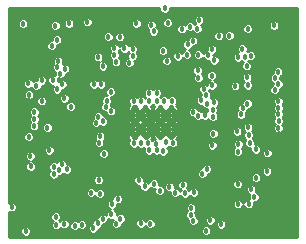
<source format=gbr>
G04 #@! TF.GenerationSoftware,KiCad,Pcbnew,5.0.2+dfsg1-1~bpo9+1*
G04 #@! TF.CreationDate,2019-10-30T13:19:41+01:00*
G04 #@! TF.ProjectId,zglue-jade-adapter,7a676c75-652d-46a6-9164-652d61646170,rev?*
G04 #@! TF.SameCoordinates,Original*
G04 #@! TF.FileFunction,Copper,L5,Inr*
G04 #@! TF.FilePolarity,Positive*
%FSLAX46Y46*%
G04 Gerber Fmt 4.6, Leading zero omitted, Abs format (unit mm)*
G04 Created by KiCad (PCBNEW 5.0.2+dfsg1-1~bpo9+1) date Wed 30 Oct 2019 01:19:41 PM CET*
%MOMM*%
%LPD*%
G01*
G04 APERTURE LIST*
G04 #@! TA.AperFunction,ViaPad*
%ADD10C,0.457000*%
G04 #@! TD*
G04 #@! TA.AperFunction,Conductor*
%ADD11C,0.254000*%
G04 #@! TD*
G04 APERTURE END LIST*
D10*
G04 #@! TO.N,GND*
G04 #@! TO.C,U1*
X13095000Y-11155000D03*
X11895000Y-11155000D03*
X13095000Y-10005000D03*
X11895000Y-10005000D03*
X13095000Y-8855000D03*
X11845000Y-8855000D03*
X14045000Y-11155000D03*
X10945000Y-11155000D03*
X10945000Y-10005000D03*
X14045000Y-10005000D03*
X14045000Y-8855000D03*
X10945000Y-8855000D03*
G04 #@! TD*
G04 #@! TO.N,GND*
X9780755Y-14856245D03*
X22506000Y-17406000D03*
X19427000Y-8509000D03*
X17456963Y-5256963D03*
X1960000Y-10650000D03*
X2050000Y-8240000D03*
X8907225Y-15782715D03*
X4670000Y-12330000D03*
X4886500Y-12990000D03*
X4797104Y-9029614D03*
X3880000Y-11460000D03*
X7540000Y-5270000D03*
X5534679Y-6695321D03*
X4620000Y-11243500D03*
X13130000Y-17483500D03*
X11518001Y-17816500D03*
X7354722Y-14270000D03*
X7301618Y-15078505D03*
X3730000Y-16320000D03*
X17207360Y-14747360D03*
X20000000Y-7000000D03*
X19390245Y-11310245D03*
X19141499Y-19588501D03*
X10670000Y-18553510D03*
X23179563Y-7697502D03*
X23158448Y-11047568D03*
G04 #@! TO.N,/CSI_D2_IN_P*
X14400000Y-15995000D03*
X7496500Y-6787000D03*
G04 #@! TO.N,/CSI_D2_IN_N*
X13900573Y-15490783D03*
X8103500Y-6787000D03*
G04 #@! TO.N,/3V3_SYS*
X18270000Y-18650000D03*
X4380000Y-3040000D03*
X560000Y-17200000D03*
X12350000Y-1780000D03*
X14198500Y-11750000D03*
X19695318Y-12494682D03*
X20603510Y-16943500D03*
G04 #@! TO.N,/2V5*
X19960612Y-9356500D03*
X15962530Y-15957530D03*
G04 #@! TO.N,/1V8*
X11480000Y-18570000D03*
X15688058Y-17876196D03*
G04 #@! TO.N,/LED3_ISINK*
X13366026Y-12483965D03*
X2436000Y-10339000D03*
G04 #@! TO.N,/LED1_ISINK*
X12170000Y-12393000D03*
X2457000Y-9135000D03*
G04 #@! TO.N,/TMS*
X12761000Y-11860000D03*
X3099500Y-6470000D03*
G04 #@! TO.N,/VSENSE*
X12114000Y-11809000D03*
X15930000Y-18350000D03*
G04 #@! TO.N,/1V8_SYS*
X19670000Y-15250000D03*
X2157000Y-13757000D03*
X15732470Y-17262470D03*
X20810000Y-15690000D03*
X14938233Y-2121399D03*
G04 #@! TO.N,/LED2_ISINK*
X12822000Y-12389000D03*
X2443000Y-9766000D03*
G04 #@! TO.N,/EXTCLK_EN*
X10867000Y-11789000D03*
X6480000Y-18700000D03*
G04 #@! TO.N,/TDO*
X13603842Y-11725383D03*
X4026500Y-6450000D03*
G04 #@! TO.N,/3V3*
X19694963Y-16943500D03*
X7276762Y-15992510D03*
X7460000Y-18996490D03*
G04 #@! TO.N,/TDI*
X4394504Y-5357327D03*
X19720000Y-11850000D03*
G04 #@! TO.N,/PC_RDY*
X7896733Y-14906546D03*
X8990000Y-17816500D03*
X5879963Y-18769963D03*
G04 #@! TO.N,/TCK*
X1929500Y-6731000D03*
X14120000Y-8200000D03*
X5545355Y-8683500D03*
G04 #@! TO.N,/EXT_CLK*
X8336500Y-12665000D03*
X4260000Y-18010000D03*
G04 #@! TO.N,/I2C_0_SCL*
X19625000Y-10795000D03*
X1991000Y-11234000D03*
G04 #@! TO.N,/ZIP_EN_L*
X7945000Y-11743000D03*
X4092500Y-13780000D03*
G04 #@! TO.N,/PWR_BTN*
X8028000Y-11175500D03*
X3574500Y-10460000D03*
G04 #@! TO.N,/I2C_0_SDA*
X4990501Y-7976499D03*
X17583206Y-9549113D03*
G04 #@! TO.N,/CSI_D1_IN_N*
X4385393Y-7234607D03*
X15214500Y-16026314D03*
G04 #@! TO.N,/CSI_D1_IN_P*
X4814607Y-6805393D03*
X15015000Y-15320000D03*
G04 #@! TO.N,/CSI_CLK_IN_P*
X5059455Y-5500545D03*
X13075000Y-15820000D03*
G04 #@! TO.N,/CSI_CLK_IN_N*
X4670545Y-5889455D03*
X12575405Y-15229884D03*
G04 #@! TO.N,/CSI_CLK_OUT_N*
X17063822Y-13976178D03*
X20258878Y-4504548D03*
G04 #@! TO.N,/CTRL_SO*
X16300000Y-5630000D03*
X20550000Y-10440000D03*
G04 #@! TO.N,/CTRL_SI*
X17060000Y-8434000D03*
X20080000Y-3800000D03*
G04 #@! TO.N,/CTRL_SCK*
X15911314Y-9141860D03*
X20603500Y-11120000D03*
G04 #@! TO.N,/CSI_CLK_OUT_P*
X19701878Y-4504548D03*
X16669970Y-14370030D03*
G04 #@! TO.N,/ULPM_WAKE*
X10870000Y-8225000D03*
X4472000Y-4831000D03*
G04 #@! TO.N,/2V5_SYS*
X17000000Y-19210000D03*
G04 #@! TO.N,/USB_D_N*
X16995480Y-7749122D03*
X5201441Y-14010583D03*
X9236847Y-4308213D03*
G04 #@! TO.N,/USB_D_P*
X4772227Y-13581369D03*
X16569544Y-8157342D03*
X9236847Y-3751213D03*
G04 #@! TO.N,/DBG_TX*
X13673500Y-4820000D03*
X2636510Y-6913000D03*
G04 #@! TO.N,/PROC_SCK*
X20470000Y-6220000D03*
X8264249Y-5270001D03*
X8720000Y-2760000D03*
X18980000Y-2670000D03*
G04 #@! TO.N,/PROC_SI*
X20774517Y-4373618D03*
X13470000Y-8205000D03*
X16270000Y-2090000D03*
G04 #@! TO.N,/PROC_OUT_0*
X10090499Y-3749500D03*
G04 #@! TO.N,/PROC_OUT_1*
X10495000Y-4985000D03*
G04 #@! TO.N,/PROC_OUT_2*
X10800000Y-3820000D03*
G04 #@! TO.N,/USB_DET*
X3739000Y-12390000D03*
X5000000Y-18633500D03*
X8240000Y-18200000D03*
X16876205Y-9423855D03*
G04 #@! TO.N,/CTRL_SS*
X17558554Y-8958554D03*
X20695037Y-11775037D03*
G04 #@! TO.N,/PIO1*
X6938000Y-1533500D03*
X4223000Y-1828000D03*
G04 #@! TO.N,/DONE*
X10800000Y-4420000D03*
X21195000Y-12316000D03*
X16351465Y-4308595D03*
G04 #@! TO.N,/DBG_RX*
X14600900Y-4420000D03*
X2008526Y-7681492D03*
G04 #@! TO.N,/PIO2*
X12170000Y-8215000D03*
X5394359Y-1651490D03*
G04 #@! TO.N,/PROC_SS*
X20530000Y-6880000D03*
X9700000Y-2794500D03*
X17694485Y-4780928D03*
X18060000Y-2716500D03*
G04 #@! TO.N,/PROC_RST*
X7850000Y-4493213D03*
X9370000Y-4920000D03*
G04 #@! TO.N,/PROC_SO*
X20450000Y-5260000D03*
X12845000Y-8230000D03*
X15643493Y-1916568D03*
G04 #@! TO.N,/VUSB*
X4561442Y-14069832D03*
X4092500Y-14420000D03*
G04 #@! TO.N,/1V2_SYS*
X2110000Y-12870000D03*
G04 #@! TO.N,/E_PROC_RST*
X3941159Y-3526500D03*
G04 #@! TO.N,/E_PROC_SI*
X23097225Y-5730865D03*
G04 #@! TO.N,/E_PROC_SO*
X22835000Y-6268000D03*
G04 #@! TO.N,/E_PROC_SCK*
X23121000Y-6779000D03*
G04 #@! TO.N,/E_PROC_SS*
X22811000Y-7247000D03*
G04 #@! TO.N,/CTRL_RST_FLASH_SOC_CS*
X8516570Y-8715630D03*
X23118521Y-8226000D03*
G04 #@! TO.N,/E_CTRL_SI*
X23118521Y-8779000D03*
G04 #@! TO.N,/E_CTRL_SO*
X23118521Y-9345000D03*
G04 #@! TO.N,/E_CTRL_SCK*
X23149100Y-9876132D03*
G04 #@! TO.N,/E_CTRL_SS*
X23118521Y-10517059D03*
G04 #@! TO.N,/PIO8*
X12820000Y-7530000D03*
X13506401Y-383500D03*
G04 #@! TO.N,/PIO7*
X13350000Y-3950000D03*
X12550000Y-2320000D03*
G04 #@! TO.N,/PIO6*
X12170000Y-7530000D03*
X11086000Y-1651490D03*
G04 #@! TO.N,/VX*
X9530000Y-16510000D03*
X9400030Y-18600030D03*
G04 #@! TO.N,/AMUX*
X4325318Y-18714682D03*
X8008629Y-16051111D03*
G04 #@! TO.N,/DMUX*
X11501000Y-11799000D03*
X7820000Y-18560000D03*
G04 #@! TO.N,/FLASH_CLK*
X8932000Y-7433500D03*
G04 #@! TO.N,/FLASH_CS*
X8953786Y-9069130D03*
X22158500Y-14160000D03*
X22193000Y-12625000D03*
G04 #@! TO.N,/FLASH_IO0*
X8571782Y-8186500D03*
G04 #@! TO.N,/FLASH_IO1*
X8237231Y-9950200D03*
G04 #@! TO.N,/FLASH_IO2*
X7693646Y-10053945D03*
G04 #@! TO.N,/FLASH_IO3*
X7880255Y-9555745D03*
G04 #@! TO.N,/BOOST_OUT*
X9040000Y-16960000D03*
X1740000Y-19240000D03*
G04 #@! TO.N,Net-(TP34-Pad1)*
X17480000Y-6060000D03*
X15900000Y-3130000D03*
X22750000Y-1820000D03*
X16356490Y-6243000D03*
G04 #@! TO.N,Net-(TP35-Pad1)*
X15353500Y-4300000D03*
X20525000Y-2095000D03*
G04 #@! TO.N,/C_CSI_D1_OUT_N*
X17540000Y-11960000D03*
X19470000Y-6950000D03*
X20507414Y-8428473D03*
G04 #@! TO.N,/C_CSI_D1_OUT_P*
X17620000Y-10970000D03*
X17520000Y-6880000D03*
X20113554Y-8822333D03*
G04 #@! TO.N,/LP_CSI_D1_OUT_P*
X17170037Y-4360037D03*
X11803500Y-15452000D03*
G04 #@! TO.N,/LP_CSI_D1_OUT_N*
X17500000Y-3850000D03*
X12280000Y-18591500D03*
G04 #@! TO.N,/CSI_INT*
X11283648Y-14921634D03*
X3074500Y-8219122D03*
X9753530Y-18170001D03*
G04 #@! TO.N,/PROC_INT*
X17359218Y-18308646D03*
X21070000Y-16340000D03*
G04 #@! TO.N,/PIO14*
X16810000Y-7230000D03*
X16329908Y-9470213D03*
X15430000Y-3430000D03*
X16409748Y-1354576D03*
G04 #@! TO.N,/PIO13*
X17651963Y-8341963D03*
X13741367Y-1579040D03*
X21230000Y-14700000D03*
G04 #@! TO.N,/PIO0*
X11470000Y-8220000D03*
X1500000Y-1680000D03*
G04 #@! TD*
D11*
G04 #@! TO.N,GND*
G36*
X13050901Y-474105D02*
X13120247Y-641520D01*
X13248381Y-769654D01*
X13415796Y-839000D01*
X13597006Y-839000D01*
X13764421Y-769654D01*
X13892555Y-641520D01*
X13961901Y-474105D01*
X13961901Y-307000D01*
X24693001Y-307000D01*
X24693000Y-19703000D01*
X297000Y-19703000D01*
X297000Y-19149395D01*
X1284500Y-19149395D01*
X1284500Y-19330605D01*
X1353846Y-19498020D01*
X1481980Y-19626154D01*
X1649395Y-19695500D01*
X1830605Y-19695500D01*
X1998020Y-19626154D01*
X2126154Y-19498020D01*
X2195500Y-19330605D01*
X2195500Y-19149395D01*
X2126154Y-18981980D01*
X1998020Y-18853846D01*
X1830605Y-18784500D01*
X1649395Y-18784500D01*
X1481980Y-18853846D01*
X1353846Y-18981980D01*
X1284500Y-19149395D01*
X297000Y-19149395D01*
X297000Y-17919395D01*
X3804500Y-17919395D01*
X3804500Y-18100605D01*
X3873846Y-18268020D01*
X4000826Y-18395000D01*
X3939164Y-18456662D01*
X3869818Y-18624077D01*
X3869818Y-18805287D01*
X3939164Y-18972702D01*
X4067298Y-19100836D01*
X4234713Y-19170182D01*
X4415923Y-19170182D01*
X4583338Y-19100836D01*
X4703250Y-18980924D01*
X4741980Y-19019654D01*
X4909395Y-19089000D01*
X5090605Y-19089000D01*
X5258020Y-19019654D01*
X5386154Y-18891520D01*
X5424463Y-18799034D01*
X5424463Y-18860568D01*
X5493809Y-19027983D01*
X5621943Y-19156117D01*
X5789358Y-19225463D01*
X5970568Y-19225463D01*
X6137983Y-19156117D01*
X6214963Y-19079137D01*
X6221980Y-19086154D01*
X6389395Y-19155500D01*
X6570605Y-19155500D01*
X6738020Y-19086154D01*
X6866154Y-18958020D01*
X6887749Y-18905885D01*
X7004500Y-18905885D01*
X7004500Y-19087095D01*
X7073846Y-19254510D01*
X7201980Y-19382644D01*
X7369395Y-19451990D01*
X7550605Y-19451990D01*
X7718020Y-19382644D01*
X7846154Y-19254510D01*
X7902120Y-19119395D01*
X16544500Y-19119395D01*
X16544500Y-19300605D01*
X16613846Y-19468020D01*
X16741980Y-19596154D01*
X16909395Y-19665500D01*
X17090605Y-19665500D01*
X17258020Y-19596154D01*
X17386154Y-19468020D01*
X17455500Y-19300605D01*
X17455500Y-19119395D01*
X17386154Y-18951980D01*
X17258020Y-18823846D01*
X17090605Y-18754500D01*
X16909395Y-18754500D01*
X16741980Y-18823846D01*
X16613846Y-18951980D01*
X16544500Y-19119395D01*
X7902120Y-19119395D01*
X7915500Y-19087095D01*
X7915500Y-19013472D01*
X8078020Y-18946154D01*
X8206154Y-18818020D01*
X8273472Y-18655500D01*
X8330605Y-18655500D01*
X8498020Y-18586154D01*
X8626154Y-18458020D01*
X8695500Y-18290605D01*
X8695500Y-18166174D01*
X8731980Y-18202654D01*
X8899395Y-18272000D01*
X9080605Y-18272000D01*
X9086206Y-18269680D01*
X9013876Y-18342010D01*
X8944530Y-18509425D01*
X8944530Y-18690635D01*
X9013876Y-18858050D01*
X9142010Y-18986184D01*
X9309425Y-19055530D01*
X9490635Y-19055530D01*
X9658050Y-18986184D01*
X9786184Y-18858050D01*
X9855530Y-18690635D01*
X9855530Y-18620781D01*
X10011550Y-18556155D01*
X10088310Y-18479395D01*
X11024500Y-18479395D01*
X11024500Y-18660605D01*
X11093846Y-18828020D01*
X11221980Y-18956154D01*
X11389395Y-19025500D01*
X11570605Y-19025500D01*
X11738020Y-18956154D01*
X11866154Y-18828020D01*
X11875547Y-18805343D01*
X11893846Y-18849520D01*
X12021980Y-18977654D01*
X12189395Y-19047000D01*
X12370605Y-19047000D01*
X12538020Y-18977654D01*
X12666154Y-18849520D01*
X12735500Y-18682105D01*
X12735500Y-18500895D01*
X12666154Y-18333480D01*
X12538020Y-18205346D01*
X12370605Y-18136000D01*
X12189395Y-18136000D01*
X12021980Y-18205346D01*
X11893846Y-18333480D01*
X11884453Y-18356157D01*
X11866154Y-18311980D01*
X11738020Y-18183846D01*
X11570605Y-18114500D01*
X11389395Y-18114500D01*
X11221980Y-18183846D01*
X11093846Y-18311980D01*
X11024500Y-18479395D01*
X10088310Y-18479395D01*
X10139684Y-18428021D01*
X10209030Y-18260606D01*
X10209030Y-18079396D01*
X10139684Y-17911981D01*
X10013294Y-17785591D01*
X15232558Y-17785591D01*
X15232558Y-17966801D01*
X15301904Y-18134216D01*
X15430038Y-18262350D01*
X15474500Y-18280767D01*
X15474500Y-18440605D01*
X15543846Y-18608020D01*
X15671980Y-18736154D01*
X15839395Y-18805500D01*
X16020605Y-18805500D01*
X16188020Y-18736154D01*
X16316154Y-18608020D01*
X16385500Y-18440605D01*
X16385500Y-18259395D01*
X16368371Y-18218041D01*
X16903718Y-18218041D01*
X16903718Y-18399251D01*
X16973064Y-18566666D01*
X17101198Y-18694800D01*
X17268613Y-18764146D01*
X17449823Y-18764146D01*
X17617238Y-18694800D01*
X17745372Y-18566666D01*
X17748383Y-18559395D01*
X17814500Y-18559395D01*
X17814500Y-18740605D01*
X17883846Y-18908020D01*
X18011980Y-19036154D01*
X18179395Y-19105500D01*
X18360605Y-19105500D01*
X18528020Y-19036154D01*
X18656154Y-18908020D01*
X18725500Y-18740605D01*
X18725500Y-18559395D01*
X18656154Y-18391980D01*
X18528020Y-18263846D01*
X18360605Y-18194500D01*
X18179395Y-18194500D01*
X18011980Y-18263846D01*
X17883846Y-18391980D01*
X17814500Y-18559395D01*
X17748383Y-18559395D01*
X17814718Y-18399251D01*
X17814718Y-18218041D01*
X17745372Y-18050626D01*
X17617238Y-17922492D01*
X17449823Y-17853146D01*
X17268613Y-17853146D01*
X17101198Y-17922492D01*
X16973064Y-18050626D01*
X16903718Y-18218041D01*
X16368371Y-18218041D01*
X16316154Y-18091980D01*
X16188020Y-17963846D01*
X16143558Y-17945429D01*
X16143558Y-17785591D01*
X16074212Y-17618176D01*
X16047575Y-17591539D01*
X16118624Y-17520490D01*
X16187970Y-17353075D01*
X16187970Y-17171865D01*
X16118624Y-17004450D01*
X15990490Y-16876316D01*
X15933948Y-16852895D01*
X19239463Y-16852895D01*
X19239463Y-17034105D01*
X19308809Y-17201520D01*
X19436943Y-17329654D01*
X19604358Y-17399000D01*
X19785568Y-17399000D01*
X19952983Y-17329654D01*
X20081117Y-17201520D01*
X20149237Y-17037066D01*
X20217356Y-17201520D01*
X20345490Y-17329654D01*
X20512905Y-17399000D01*
X20694115Y-17399000D01*
X20861530Y-17329654D01*
X20989664Y-17201520D01*
X21059010Y-17034105D01*
X21059010Y-16852895D01*
X21035236Y-16795500D01*
X21160605Y-16795500D01*
X21328020Y-16726154D01*
X21456154Y-16598020D01*
X21525500Y-16430605D01*
X21525500Y-16249395D01*
X21456154Y-16081980D01*
X21328020Y-15953846D01*
X21213406Y-15906371D01*
X21265500Y-15780605D01*
X21265500Y-15599395D01*
X21196154Y-15431980D01*
X21068020Y-15303846D01*
X20900605Y-15234500D01*
X20719395Y-15234500D01*
X20551980Y-15303846D01*
X20423846Y-15431980D01*
X20354500Y-15599395D01*
X20354500Y-15780605D01*
X20423846Y-15948020D01*
X20551980Y-16076154D01*
X20666594Y-16123629D01*
X20614500Y-16249395D01*
X20614500Y-16430605D01*
X20638274Y-16488000D01*
X20512905Y-16488000D01*
X20345490Y-16557346D01*
X20217356Y-16685480D01*
X20149237Y-16849934D01*
X20081117Y-16685480D01*
X19952983Y-16557346D01*
X19785568Y-16488000D01*
X19604358Y-16488000D01*
X19436943Y-16557346D01*
X19308809Y-16685480D01*
X19239463Y-16852895D01*
X15933948Y-16852895D01*
X15823075Y-16806970D01*
X15641865Y-16806970D01*
X15474450Y-16876316D01*
X15346316Y-17004450D01*
X15276970Y-17171865D01*
X15276970Y-17353075D01*
X15346316Y-17520490D01*
X15372953Y-17547127D01*
X15301904Y-17618176D01*
X15232558Y-17785591D01*
X10013294Y-17785591D01*
X10011550Y-17783847D01*
X9844135Y-17714501D01*
X9662925Y-17714501D01*
X9495510Y-17783847D01*
X9445500Y-17833857D01*
X9445500Y-17725895D01*
X9376154Y-17558480D01*
X9248020Y-17430346D01*
X9171392Y-17398605D01*
X9298020Y-17346154D01*
X9426154Y-17218020D01*
X9495500Y-17050605D01*
X9495500Y-16965500D01*
X9620605Y-16965500D01*
X9788020Y-16896154D01*
X9916154Y-16768020D01*
X9985500Y-16600605D01*
X9985500Y-16419395D01*
X9916154Y-16251980D01*
X9788020Y-16123846D01*
X9620605Y-16054500D01*
X9439395Y-16054500D01*
X9271980Y-16123846D01*
X9143846Y-16251980D01*
X9074500Y-16419395D01*
X9074500Y-16504500D01*
X8949395Y-16504500D01*
X8781980Y-16573846D01*
X8653846Y-16701980D01*
X8584500Y-16869395D01*
X8584500Y-17050605D01*
X8653846Y-17218020D01*
X8781980Y-17346154D01*
X8858608Y-17377895D01*
X8731980Y-17430346D01*
X8603846Y-17558480D01*
X8534500Y-17725895D01*
X8534500Y-17850326D01*
X8498020Y-17813846D01*
X8330605Y-17744500D01*
X8149395Y-17744500D01*
X7981980Y-17813846D01*
X7853846Y-17941980D01*
X7786528Y-18104500D01*
X7729395Y-18104500D01*
X7561980Y-18173846D01*
X7433846Y-18301980D01*
X7364500Y-18469395D01*
X7364500Y-18543018D01*
X7201980Y-18610336D01*
X7073846Y-18738470D01*
X7004500Y-18905885D01*
X6887749Y-18905885D01*
X6935500Y-18790605D01*
X6935500Y-18609395D01*
X6866154Y-18441980D01*
X6738020Y-18313846D01*
X6570605Y-18244500D01*
X6389395Y-18244500D01*
X6221980Y-18313846D01*
X6145000Y-18390826D01*
X6137983Y-18383809D01*
X5970568Y-18314463D01*
X5789358Y-18314463D01*
X5621943Y-18383809D01*
X5493809Y-18511943D01*
X5455500Y-18604429D01*
X5455500Y-18542895D01*
X5386154Y-18375480D01*
X5258020Y-18247346D01*
X5090605Y-18178000D01*
X4909395Y-18178000D01*
X4741980Y-18247346D01*
X4622068Y-18367258D01*
X4584492Y-18329682D01*
X4646154Y-18268020D01*
X4715500Y-18100605D01*
X4715500Y-17919395D01*
X4646154Y-17751980D01*
X4518020Y-17623846D01*
X4350605Y-17554500D01*
X4169395Y-17554500D01*
X4001980Y-17623846D01*
X3873846Y-17751980D01*
X3804500Y-17919395D01*
X297000Y-17919395D01*
X297000Y-17581174D01*
X301980Y-17586154D01*
X469395Y-17655500D01*
X650605Y-17655500D01*
X818020Y-17586154D01*
X946154Y-17458020D01*
X1015500Y-17290605D01*
X1015500Y-17109395D01*
X946154Y-16941980D01*
X818020Y-16813846D01*
X650605Y-16744500D01*
X469395Y-16744500D01*
X301980Y-16813846D01*
X297000Y-16818826D01*
X297000Y-15901905D01*
X6821262Y-15901905D01*
X6821262Y-16083115D01*
X6890608Y-16250530D01*
X7018742Y-16378664D01*
X7186157Y-16448010D01*
X7367367Y-16448010D01*
X7534782Y-16378664D01*
X7617156Y-16296290D01*
X7622475Y-16309131D01*
X7750609Y-16437265D01*
X7918024Y-16506611D01*
X8099234Y-16506611D01*
X8266649Y-16437265D01*
X8394783Y-16309131D01*
X8464129Y-16141716D01*
X8464129Y-15960506D01*
X8394783Y-15793091D01*
X8266649Y-15664957D01*
X8099234Y-15595611D01*
X7918024Y-15595611D01*
X7750609Y-15664957D01*
X7668235Y-15747331D01*
X7662916Y-15734490D01*
X7534782Y-15606356D01*
X7367367Y-15537010D01*
X7186157Y-15537010D01*
X7018742Y-15606356D01*
X6890608Y-15734490D01*
X6821262Y-15901905D01*
X297000Y-15901905D01*
X297000Y-12779395D01*
X1654500Y-12779395D01*
X1654500Y-12960605D01*
X1723846Y-13128020D01*
X1851980Y-13256154D01*
X2013925Y-13323234D01*
X1898980Y-13370846D01*
X1770846Y-13498980D01*
X1701500Y-13666395D01*
X1701500Y-13847605D01*
X1770846Y-14015020D01*
X1898980Y-14143154D01*
X2066395Y-14212500D01*
X2247605Y-14212500D01*
X2415020Y-14143154D01*
X2543154Y-14015020D01*
X2612500Y-13847605D01*
X2612500Y-13689395D01*
X3637000Y-13689395D01*
X3637000Y-13870605D01*
X3706346Y-14038020D01*
X3768326Y-14100000D01*
X3706346Y-14161980D01*
X3637000Y-14329395D01*
X3637000Y-14510605D01*
X3706346Y-14678020D01*
X3834480Y-14806154D01*
X4001895Y-14875500D01*
X4183105Y-14875500D01*
X4326892Y-14815941D01*
X7441233Y-14815941D01*
X7441233Y-14997151D01*
X7510579Y-15164566D01*
X7638713Y-15292700D01*
X7806128Y-15362046D01*
X7987338Y-15362046D01*
X8154753Y-15292700D01*
X8282887Y-15164566D01*
X8352233Y-14997151D01*
X8352233Y-14831029D01*
X10828148Y-14831029D01*
X10828148Y-15012239D01*
X10897494Y-15179654D01*
X11025628Y-15307788D01*
X11193043Y-15377134D01*
X11348000Y-15377134D01*
X11348000Y-15542605D01*
X11417346Y-15710020D01*
X11545480Y-15838154D01*
X11712895Y-15907500D01*
X11894105Y-15907500D01*
X12061520Y-15838154D01*
X12189654Y-15710020D01*
X12254593Y-15553246D01*
X12317385Y-15616038D01*
X12484800Y-15685384D01*
X12637730Y-15685384D01*
X12619500Y-15729395D01*
X12619500Y-15910605D01*
X12688846Y-16078020D01*
X12816980Y-16206154D01*
X12984395Y-16275500D01*
X13165605Y-16275500D01*
X13333020Y-16206154D01*
X13461154Y-16078020D01*
X13530500Y-15910605D01*
X13530500Y-15764884D01*
X13642553Y-15876937D01*
X13809968Y-15946283D01*
X13944500Y-15946283D01*
X13944500Y-16085605D01*
X14013846Y-16253020D01*
X14141980Y-16381154D01*
X14309395Y-16450500D01*
X14490605Y-16450500D01*
X14658020Y-16381154D01*
X14786154Y-16253020D01*
X14800765Y-16217747D01*
X14828346Y-16284334D01*
X14956480Y-16412468D01*
X15123895Y-16481814D01*
X15305105Y-16481814D01*
X15472520Y-16412468D01*
X15600654Y-16284334D01*
X15613690Y-16252864D01*
X15704510Y-16343684D01*
X15871925Y-16413030D01*
X16053135Y-16413030D01*
X16220550Y-16343684D01*
X16348684Y-16215550D01*
X16418030Y-16048135D01*
X16418030Y-15866925D01*
X16348684Y-15699510D01*
X16220550Y-15571376D01*
X16053135Y-15502030D01*
X15871925Y-15502030D01*
X15704510Y-15571376D01*
X15576376Y-15699510D01*
X15563340Y-15730980D01*
X15472520Y-15640160D01*
X15378117Y-15601057D01*
X15401154Y-15578020D01*
X15470500Y-15410605D01*
X15470500Y-15229395D01*
X15441505Y-15159395D01*
X19214500Y-15159395D01*
X19214500Y-15340605D01*
X19283846Y-15508020D01*
X19411980Y-15636154D01*
X19579395Y-15705500D01*
X19760605Y-15705500D01*
X19928020Y-15636154D01*
X20056154Y-15508020D01*
X20125500Y-15340605D01*
X20125500Y-15159395D01*
X20056154Y-14991980D01*
X19928020Y-14863846D01*
X19760605Y-14794500D01*
X19579395Y-14794500D01*
X19411980Y-14863846D01*
X19283846Y-14991980D01*
X19214500Y-15159395D01*
X15441505Y-15159395D01*
X15401154Y-15061980D01*
X15273020Y-14933846D01*
X15105605Y-14864500D01*
X14924395Y-14864500D01*
X14756980Y-14933846D01*
X14628846Y-15061980D01*
X14559500Y-15229395D01*
X14559500Y-15410605D01*
X14628846Y-15578020D01*
X14756980Y-15706154D01*
X14851383Y-15745257D01*
X14828346Y-15768294D01*
X14813735Y-15803567D01*
X14786154Y-15736980D01*
X14658020Y-15608846D01*
X14490605Y-15539500D01*
X14356073Y-15539500D01*
X14356073Y-15400178D01*
X14286727Y-15232763D01*
X14158593Y-15104629D01*
X13991178Y-15035283D01*
X13809968Y-15035283D01*
X13642553Y-15104629D01*
X13514419Y-15232763D01*
X13445073Y-15400178D01*
X13445073Y-15545899D01*
X13333020Y-15433846D01*
X13165605Y-15364500D01*
X13012675Y-15364500D01*
X13030905Y-15320489D01*
X13030905Y-15139279D01*
X12961559Y-14971864D01*
X12833425Y-14843730D01*
X12666010Y-14774384D01*
X12484800Y-14774384D01*
X12317385Y-14843730D01*
X12189251Y-14971864D01*
X12124312Y-15128638D01*
X12061520Y-15065846D01*
X11894105Y-14996500D01*
X11739148Y-14996500D01*
X11739148Y-14831029D01*
X11669802Y-14663614D01*
X11541668Y-14535480D01*
X11374253Y-14466134D01*
X11193043Y-14466134D01*
X11025628Y-14535480D01*
X10897494Y-14663614D01*
X10828148Y-14831029D01*
X8352233Y-14831029D01*
X8352233Y-14815941D01*
X8282887Y-14648526D01*
X8154753Y-14520392D01*
X7987338Y-14451046D01*
X7806128Y-14451046D01*
X7638713Y-14520392D01*
X7510579Y-14648526D01*
X7441233Y-14815941D01*
X4326892Y-14815941D01*
X4350520Y-14806154D01*
X4478654Y-14678020D01*
X4541900Y-14525332D01*
X4652047Y-14525332D01*
X4819462Y-14455986D01*
X4911066Y-14364382D01*
X4943421Y-14396737D01*
X5110836Y-14466083D01*
X5292046Y-14466083D01*
X5459461Y-14396737D01*
X5576773Y-14279425D01*
X16214470Y-14279425D01*
X16214470Y-14460635D01*
X16283816Y-14628050D01*
X16411950Y-14756184D01*
X16579365Y-14825530D01*
X16760575Y-14825530D01*
X16927990Y-14756184D01*
X17056124Y-14628050D01*
X17063851Y-14609395D01*
X20774500Y-14609395D01*
X20774500Y-14790605D01*
X20843846Y-14958020D01*
X20971980Y-15086154D01*
X21139395Y-15155500D01*
X21320605Y-15155500D01*
X21488020Y-15086154D01*
X21616154Y-14958020D01*
X21685500Y-14790605D01*
X21685500Y-14609395D01*
X21616154Y-14441980D01*
X21488020Y-14313846D01*
X21320605Y-14244500D01*
X21139395Y-14244500D01*
X20971980Y-14313846D01*
X20843846Y-14441980D01*
X20774500Y-14609395D01*
X17063851Y-14609395D01*
X17125470Y-14460635D01*
X17125470Y-14431678D01*
X17154427Y-14431678D01*
X17321842Y-14362332D01*
X17449976Y-14234198D01*
X17518240Y-14069395D01*
X21703000Y-14069395D01*
X21703000Y-14250605D01*
X21772346Y-14418020D01*
X21900480Y-14546154D01*
X22067895Y-14615500D01*
X22249105Y-14615500D01*
X22416520Y-14546154D01*
X22544654Y-14418020D01*
X22614000Y-14250605D01*
X22614000Y-14069395D01*
X22544654Y-13901980D01*
X22416520Y-13773846D01*
X22249105Y-13704500D01*
X22067895Y-13704500D01*
X21900480Y-13773846D01*
X21772346Y-13901980D01*
X21703000Y-14069395D01*
X17518240Y-14069395D01*
X17519322Y-14066783D01*
X17519322Y-13885573D01*
X17449976Y-13718158D01*
X17321842Y-13590024D01*
X17154427Y-13520678D01*
X16973217Y-13520678D01*
X16805802Y-13590024D01*
X16677668Y-13718158D01*
X16608322Y-13885573D01*
X16608322Y-13914530D01*
X16579365Y-13914530D01*
X16411950Y-13983876D01*
X16283816Y-14112010D01*
X16214470Y-14279425D01*
X5576773Y-14279425D01*
X5587595Y-14268603D01*
X5656941Y-14101188D01*
X5656941Y-13919978D01*
X5587595Y-13752563D01*
X5459461Y-13624429D01*
X5292046Y-13555083D01*
X5227727Y-13555083D01*
X5227727Y-13490764D01*
X5158381Y-13323349D01*
X5030247Y-13195215D01*
X4862832Y-13125869D01*
X4681622Y-13125869D01*
X4514207Y-13195215D01*
X4386073Y-13323349D01*
X4355012Y-13398338D01*
X4350520Y-13393846D01*
X4183105Y-13324500D01*
X4001895Y-13324500D01*
X3834480Y-13393846D01*
X3706346Y-13521980D01*
X3637000Y-13689395D01*
X2612500Y-13689395D01*
X2612500Y-13666395D01*
X2543154Y-13498980D01*
X2415020Y-13370846D01*
X2253075Y-13303766D01*
X2368020Y-13256154D01*
X2496154Y-13128020D01*
X2565500Y-12960605D01*
X2565500Y-12779395D01*
X2496154Y-12611980D01*
X2368020Y-12483846D01*
X2200605Y-12414500D01*
X2019395Y-12414500D01*
X1851980Y-12483846D01*
X1723846Y-12611980D01*
X1654500Y-12779395D01*
X297000Y-12779395D01*
X297000Y-12299395D01*
X3283500Y-12299395D01*
X3283500Y-12480605D01*
X3352846Y-12648020D01*
X3480980Y-12776154D01*
X3648395Y-12845500D01*
X3829605Y-12845500D01*
X3997020Y-12776154D01*
X4125154Y-12648020D01*
X4155650Y-12574395D01*
X7881000Y-12574395D01*
X7881000Y-12755605D01*
X7950346Y-12923020D01*
X8078480Y-13051154D01*
X8245895Y-13120500D01*
X8427105Y-13120500D01*
X8594520Y-13051154D01*
X8722654Y-12923020D01*
X8792000Y-12755605D01*
X8792000Y-12574395D01*
X8722654Y-12406980D01*
X8594520Y-12278846D01*
X8427105Y-12209500D01*
X8245895Y-12209500D01*
X8078480Y-12278846D01*
X7950346Y-12406980D01*
X7881000Y-12574395D01*
X4155650Y-12574395D01*
X4194500Y-12480605D01*
X4194500Y-12299395D01*
X4125154Y-12131980D01*
X3997020Y-12003846D01*
X3829605Y-11934500D01*
X3648395Y-11934500D01*
X3480980Y-12003846D01*
X3352846Y-12131980D01*
X3283500Y-12299395D01*
X297000Y-12299395D01*
X297000Y-11143395D01*
X1535500Y-11143395D01*
X1535500Y-11324605D01*
X1604846Y-11492020D01*
X1732980Y-11620154D01*
X1900395Y-11689500D01*
X2081605Y-11689500D01*
X2171183Y-11652395D01*
X7489500Y-11652395D01*
X7489500Y-11833605D01*
X7558846Y-12001020D01*
X7686980Y-12129154D01*
X7854395Y-12198500D01*
X8035605Y-12198500D01*
X8203020Y-12129154D01*
X8331154Y-12001020D01*
X8400500Y-11833605D01*
X8400500Y-11652395D01*
X8340392Y-11507282D01*
X8414154Y-11433520D01*
X8483500Y-11266105D01*
X8483500Y-11136592D01*
X10378916Y-11136592D01*
X10414962Y-11354624D01*
X10429051Y-11388638D01*
X10515929Y-11404463D01*
X10456462Y-11463930D01*
X10502179Y-11509647D01*
X10480846Y-11530980D01*
X10411500Y-11698395D01*
X10411500Y-11879605D01*
X10480846Y-12047020D01*
X10608980Y-12175154D01*
X10776395Y-12244500D01*
X10957605Y-12244500D01*
X11125020Y-12175154D01*
X11179000Y-12121174D01*
X11242980Y-12185154D01*
X11410395Y-12254500D01*
X11591605Y-12254500D01*
X11759020Y-12185154D01*
X11765922Y-12178252D01*
X11714500Y-12302395D01*
X11714500Y-12483605D01*
X11783846Y-12651020D01*
X11911980Y-12779154D01*
X12079395Y-12848500D01*
X12260605Y-12848500D01*
X12428020Y-12779154D01*
X12498000Y-12709174D01*
X12563980Y-12775154D01*
X12731395Y-12844500D01*
X12912605Y-12844500D01*
X13032659Y-12794772D01*
X13108006Y-12870119D01*
X13275421Y-12939465D01*
X13456631Y-12939465D01*
X13624046Y-12870119D01*
X13752180Y-12741985D01*
X13821526Y-12574570D01*
X13821526Y-12393360D01*
X13752180Y-12225945D01*
X13703407Y-12177172D01*
X13861862Y-12111537D01*
X13888863Y-12084537D01*
X13940480Y-12136154D01*
X14107895Y-12205500D01*
X14289105Y-12205500D01*
X14456520Y-12136154D01*
X14584654Y-12008020D01*
X14642074Y-11869395D01*
X17084500Y-11869395D01*
X17084500Y-12050605D01*
X17153846Y-12218020D01*
X17281980Y-12346154D01*
X17449395Y-12415500D01*
X17630605Y-12415500D01*
X17658182Y-12404077D01*
X19239818Y-12404077D01*
X19239818Y-12585287D01*
X19309164Y-12752702D01*
X19437298Y-12880836D01*
X19604713Y-12950182D01*
X19785923Y-12950182D01*
X19953338Y-12880836D01*
X20081472Y-12752702D01*
X20150818Y-12585287D01*
X20150818Y-12404077D01*
X20081472Y-12236662D01*
X20029492Y-12184682D01*
X20106154Y-12108020D01*
X20175500Y-11940605D01*
X20175500Y-11759395D01*
X20106154Y-11591980D01*
X19978020Y-11463846D01*
X19810605Y-11394500D01*
X19629395Y-11394500D01*
X19461980Y-11463846D01*
X19333846Y-11591980D01*
X19264500Y-11759395D01*
X19264500Y-11940605D01*
X19333846Y-12108020D01*
X19385826Y-12160000D01*
X19309164Y-12236662D01*
X19239818Y-12404077D01*
X17658182Y-12404077D01*
X17798020Y-12346154D01*
X17926154Y-12218020D01*
X17995500Y-12050605D01*
X17995500Y-11869395D01*
X17926154Y-11701980D01*
X17798020Y-11573846D01*
X17630605Y-11504500D01*
X17449395Y-11504500D01*
X17281980Y-11573846D01*
X17153846Y-11701980D01*
X17084500Y-11869395D01*
X14642074Y-11869395D01*
X14654000Y-11840605D01*
X14654000Y-11659395D01*
X14584654Y-11491980D01*
X14493583Y-11400909D01*
X14560949Y-11388638D01*
X14611084Y-11173408D01*
X14575038Y-10955376D01*
X14560949Y-10921362D01*
X14458816Y-10902758D01*
X14206574Y-11155000D01*
X14229732Y-11178158D01*
X14113390Y-11294500D01*
X14107895Y-11294500D01*
X14047813Y-11319387D01*
X14045000Y-11316574D01*
X14038209Y-11323365D01*
X14015063Y-11332953D01*
X13860268Y-11178158D01*
X13883426Y-11155000D01*
X13631184Y-10902758D01*
X13570000Y-10913903D01*
X13508816Y-10902758D01*
X13256574Y-11155000D01*
X13279732Y-11178158D01*
X13118158Y-11339732D01*
X13095000Y-11316574D01*
X13071842Y-11339732D01*
X12910268Y-11178158D01*
X12933426Y-11155000D01*
X12681184Y-10902758D01*
X12579051Y-10921362D01*
X12528916Y-11136592D01*
X12564962Y-11354624D01*
X12579051Y-11388638D01*
X12665929Y-11404463D01*
X12662708Y-11407684D01*
X12502980Y-11473846D01*
X12463000Y-11513826D01*
X12372020Y-11422846D01*
X12326550Y-11404012D01*
X12410949Y-11388638D01*
X12461084Y-11173408D01*
X12425038Y-10955376D01*
X12410949Y-10921362D01*
X12308816Y-10902758D01*
X12056574Y-11155000D01*
X12079732Y-11178158D01*
X11918158Y-11339732D01*
X11895000Y-11316574D01*
X11871842Y-11339732D01*
X11710268Y-11178158D01*
X11733426Y-11155000D01*
X11481184Y-10902758D01*
X11420000Y-10913903D01*
X11358816Y-10902758D01*
X11106574Y-11155000D01*
X11129732Y-11178158D01*
X10969474Y-11338416D01*
X10964981Y-11336555D01*
X10945000Y-11316574D01*
X10928074Y-11333500D01*
X10915610Y-11333500D01*
X10760268Y-11178158D01*
X10783426Y-11155000D01*
X10531184Y-10902758D01*
X10429051Y-10921362D01*
X10378916Y-11136592D01*
X8483500Y-11136592D01*
X8483500Y-11084895D01*
X8414154Y-10917480D01*
X8286020Y-10789346D01*
X8169748Y-10741184D01*
X10692758Y-10741184D01*
X10945000Y-10993426D01*
X11197242Y-10741184D01*
X11642758Y-10741184D01*
X11895000Y-10993426D01*
X12147242Y-10741184D01*
X12842758Y-10741184D01*
X13095000Y-10993426D01*
X13347242Y-10741184D01*
X13792758Y-10741184D01*
X14045000Y-10993426D01*
X14159031Y-10879395D01*
X17164500Y-10879395D01*
X17164500Y-11060605D01*
X17233846Y-11228020D01*
X17361980Y-11356154D01*
X17529395Y-11425500D01*
X17710605Y-11425500D01*
X17878020Y-11356154D01*
X18006154Y-11228020D01*
X18075500Y-11060605D01*
X18075500Y-10879395D01*
X18006154Y-10711980D01*
X17998569Y-10704395D01*
X19169500Y-10704395D01*
X19169500Y-10885605D01*
X19238846Y-11053020D01*
X19366980Y-11181154D01*
X19534395Y-11250500D01*
X19715605Y-11250500D01*
X19883020Y-11181154D01*
X20011154Y-11053020D01*
X20080500Y-10885605D01*
X20080500Y-10704395D01*
X20011154Y-10536980D01*
X19883020Y-10408846D01*
X19739494Y-10349395D01*
X20094500Y-10349395D01*
X20094500Y-10530605D01*
X20163846Y-10698020D01*
X20272576Y-10806750D01*
X20217346Y-10861980D01*
X20148000Y-11029395D01*
X20148000Y-11210605D01*
X20217346Y-11378020D01*
X20332613Y-11493287D01*
X20308883Y-11517017D01*
X20239537Y-11684432D01*
X20239537Y-11865642D01*
X20308883Y-12033057D01*
X20437017Y-12161191D01*
X20604432Y-12230537D01*
X20739500Y-12230537D01*
X20739500Y-12406605D01*
X20808846Y-12574020D01*
X20936980Y-12702154D01*
X21104395Y-12771500D01*
X21285605Y-12771500D01*
X21453020Y-12702154D01*
X21581154Y-12574020D01*
X21597567Y-12534395D01*
X21737500Y-12534395D01*
X21737500Y-12715605D01*
X21806846Y-12883020D01*
X21934980Y-13011154D01*
X22102395Y-13080500D01*
X22283605Y-13080500D01*
X22451020Y-13011154D01*
X22579154Y-12883020D01*
X22648500Y-12715605D01*
X22648500Y-12534395D01*
X22579154Y-12366980D01*
X22451020Y-12238846D01*
X22283605Y-12169500D01*
X22102395Y-12169500D01*
X21934980Y-12238846D01*
X21806846Y-12366980D01*
X21737500Y-12534395D01*
X21597567Y-12534395D01*
X21650500Y-12406605D01*
X21650500Y-12225395D01*
X21581154Y-12057980D01*
X21453020Y-11929846D01*
X21285605Y-11860500D01*
X21150537Y-11860500D01*
X21150537Y-11684432D01*
X21081191Y-11517017D01*
X20965924Y-11401750D01*
X20989654Y-11378020D01*
X21059000Y-11210605D01*
X21059000Y-11029395D01*
X20989654Y-10861980D01*
X20880924Y-10753250D01*
X20936154Y-10698020D01*
X21005500Y-10530605D01*
X21005500Y-10349395D01*
X20936154Y-10181980D01*
X20808020Y-10053846D01*
X20640605Y-9984500D01*
X20459395Y-9984500D01*
X20291980Y-10053846D01*
X20163846Y-10181980D01*
X20094500Y-10349395D01*
X19739494Y-10349395D01*
X19715605Y-10339500D01*
X19534395Y-10339500D01*
X19366980Y-10408846D01*
X19238846Y-10536980D01*
X19169500Y-10704395D01*
X17998569Y-10704395D01*
X17878020Y-10583846D01*
X17710605Y-10514500D01*
X17529395Y-10514500D01*
X17361980Y-10583846D01*
X17233846Y-10711980D01*
X17164500Y-10879395D01*
X14159031Y-10879395D01*
X14297242Y-10741184D01*
X14278638Y-10639051D01*
X14063408Y-10588916D01*
X13845376Y-10624962D01*
X13811362Y-10639051D01*
X13792758Y-10741184D01*
X13347242Y-10741184D01*
X13328638Y-10639051D01*
X13113408Y-10588916D01*
X12895376Y-10624962D01*
X12861362Y-10639051D01*
X12842758Y-10741184D01*
X12147242Y-10741184D01*
X12128638Y-10639051D01*
X11913408Y-10588916D01*
X11695376Y-10624962D01*
X11661362Y-10639051D01*
X11642758Y-10741184D01*
X11197242Y-10741184D01*
X11178638Y-10639051D01*
X10963408Y-10588916D01*
X10745376Y-10624962D01*
X10711362Y-10639051D01*
X10692758Y-10741184D01*
X8169748Y-10741184D01*
X8118605Y-10720000D01*
X7937395Y-10720000D01*
X7769980Y-10789346D01*
X7641846Y-10917480D01*
X7572500Y-11084895D01*
X7572500Y-11266105D01*
X7632608Y-11411218D01*
X7558846Y-11484980D01*
X7489500Y-11652395D01*
X2171183Y-11652395D01*
X2249020Y-11620154D01*
X2377154Y-11492020D01*
X2446500Y-11324605D01*
X2446500Y-11143395D01*
X2377154Y-10975980D01*
X2249020Y-10847846D01*
X2081605Y-10778500D01*
X1900395Y-10778500D01*
X1732980Y-10847846D01*
X1604846Y-10975980D01*
X1535500Y-11143395D01*
X297000Y-11143395D01*
X297000Y-10248395D01*
X1980500Y-10248395D01*
X1980500Y-10429605D01*
X2049846Y-10597020D01*
X2177980Y-10725154D01*
X2345395Y-10794500D01*
X2526605Y-10794500D01*
X2694020Y-10725154D01*
X2822154Y-10597020D01*
X2891500Y-10429605D01*
X2891500Y-10369395D01*
X3119000Y-10369395D01*
X3119000Y-10550605D01*
X3188346Y-10718020D01*
X3316480Y-10846154D01*
X3483895Y-10915500D01*
X3665105Y-10915500D01*
X3832520Y-10846154D01*
X3960654Y-10718020D01*
X4030000Y-10550605D01*
X4030000Y-10369395D01*
X3960654Y-10201980D01*
X3832520Y-10073846D01*
X3665105Y-10004500D01*
X3483895Y-10004500D01*
X3316480Y-10073846D01*
X3188346Y-10201980D01*
X3119000Y-10369395D01*
X2891500Y-10369395D01*
X2891500Y-10248395D01*
X2822154Y-10080980D01*
X2797174Y-10056000D01*
X2829154Y-10024020D01*
X2854288Y-9963340D01*
X7238146Y-9963340D01*
X7238146Y-10144550D01*
X7307492Y-10311965D01*
X7435626Y-10440099D01*
X7603041Y-10509445D01*
X7784251Y-10509445D01*
X7951666Y-10440099D01*
X7972949Y-10418816D01*
X10692758Y-10418816D01*
X10711362Y-10520949D01*
X10926592Y-10571084D01*
X11144624Y-10535038D01*
X11178638Y-10520949D01*
X11197242Y-10418816D01*
X11642758Y-10418816D01*
X11661362Y-10520949D01*
X11876592Y-10571084D01*
X12094624Y-10535038D01*
X12128638Y-10520949D01*
X12147242Y-10418816D01*
X12842758Y-10418816D01*
X12861362Y-10520949D01*
X13076592Y-10571084D01*
X13294624Y-10535038D01*
X13328638Y-10520949D01*
X13347242Y-10418816D01*
X13792758Y-10418816D01*
X13811362Y-10520949D01*
X14026592Y-10571084D01*
X14244624Y-10535038D01*
X14278638Y-10520949D01*
X14297242Y-10418816D01*
X14045000Y-10166574D01*
X13792758Y-10418816D01*
X13347242Y-10418816D01*
X13095000Y-10166574D01*
X12842758Y-10418816D01*
X12147242Y-10418816D01*
X11895000Y-10166574D01*
X11642758Y-10418816D01*
X11197242Y-10418816D01*
X10945000Y-10166574D01*
X10692758Y-10418816D01*
X7972949Y-10418816D01*
X8033092Y-10358673D01*
X8146626Y-10405700D01*
X8327836Y-10405700D01*
X8495251Y-10336354D01*
X8623385Y-10208220D01*
X8692731Y-10040805D01*
X8692731Y-9986592D01*
X10378916Y-9986592D01*
X10414962Y-10204624D01*
X10429051Y-10238638D01*
X10531184Y-10257242D01*
X10783426Y-10005000D01*
X11106574Y-10005000D01*
X11358816Y-10257242D01*
X11420000Y-10246097D01*
X11481184Y-10257242D01*
X11733426Y-10005000D01*
X12056574Y-10005000D01*
X12308816Y-10257242D01*
X12410949Y-10238638D01*
X12461084Y-10023408D01*
X12454998Y-9986592D01*
X12528916Y-9986592D01*
X12564962Y-10204624D01*
X12579051Y-10238638D01*
X12681184Y-10257242D01*
X12933426Y-10005000D01*
X13256574Y-10005000D01*
X13508816Y-10257242D01*
X13570000Y-10246097D01*
X13631184Y-10257242D01*
X13883426Y-10005000D01*
X14206574Y-10005000D01*
X14458816Y-10257242D01*
X14560949Y-10238638D01*
X14611084Y-10023408D01*
X14575038Y-9805376D01*
X14560949Y-9771362D01*
X14458816Y-9752758D01*
X14206574Y-10005000D01*
X13883426Y-10005000D01*
X13631184Y-9752758D01*
X13570000Y-9763903D01*
X13508816Y-9752758D01*
X13256574Y-10005000D01*
X12933426Y-10005000D01*
X12681184Y-9752758D01*
X12579051Y-9771362D01*
X12528916Y-9986592D01*
X12454998Y-9986592D01*
X12425038Y-9805376D01*
X12410949Y-9771362D01*
X12308816Y-9752758D01*
X12056574Y-10005000D01*
X11733426Y-10005000D01*
X11481184Y-9752758D01*
X11420000Y-9763903D01*
X11358816Y-9752758D01*
X11106574Y-10005000D01*
X10783426Y-10005000D01*
X10531184Y-9752758D01*
X10429051Y-9771362D01*
X10378916Y-9986592D01*
X8692731Y-9986592D01*
X8692731Y-9859595D01*
X8623385Y-9692180D01*
X8522389Y-9591184D01*
X10692758Y-9591184D01*
X10945000Y-9843426D01*
X11197242Y-9591184D01*
X11642758Y-9591184D01*
X11895000Y-9843426D01*
X12147242Y-9591184D01*
X12842758Y-9591184D01*
X13095000Y-9843426D01*
X13347242Y-9591184D01*
X13792758Y-9591184D01*
X14045000Y-9843426D01*
X14297242Y-9591184D01*
X14278638Y-9489051D01*
X14063408Y-9438916D01*
X13845376Y-9474962D01*
X13811362Y-9489051D01*
X13792758Y-9591184D01*
X13347242Y-9591184D01*
X13328638Y-9489051D01*
X13113408Y-9438916D01*
X12895376Y-9474962D01*
X12861362Y-9489051D01*
X12842758Y-9591184D01*
X12147242Y-9591184D01*
X12128638Y-9489051D01*
X11913408Y-9438916D01*
X11695376Y-9474962D01*
X11661362Y-9489051D01*
X11642758Y-9591184D01*
X11197242Y-9591184D01*
X11178638Y-9489051D01*
X10963408Y-9438916D01*
X10745376Y-9474962D01*
X10711362Y-9489051D01*
X10692758Y-9591184D01*
X8522389Y-9591184D01*
X8495251Y-9564046D01*
X8335755Y-9497980D01*
X8335755Y-9465140D01*
X8266409Y-9297725D01*
X8138275Y-9169591D01*
X7970860Y-9100245D01*
X7789650Y-9100245D01*
X7622235Y-9169591D01*
X7494101Y-9297725D01*
X7424755Y-9465140D01*
X7424755Y-9646350D01*
X7434219Y-9669198D01*
X7307492Y-9795925D01*
X7238146Y-9963340D01*
X2854288Y-9963340D01*
X2898500Y-9856605D01*
X2898500Y-9675395D01*
X2829154Y-9507980D01*
X2778674Y-9457500D01*
X2843154Y-9393020D01*
X2912500Y-9225605D01*
X2912500Y-9044395D01*
X2843154Y-8876980D01*
X2715020Y-8748846D01*
X2547605Y-8679500D01*
X2366395Y-8679500D01*
X2198980Y-8748846D01*
X2070846Y-8876980D01*
X2001500Y-9044395D01*
X2001500Y-9225605D01*
X2070846Y-9393020D01*
X2121326Y-9443500D01*
X2056846Y-9507980D01*
X1987500Y-9675395D01*
X1987500Y-9856605D01*
X2056846Y-10024020D01*
X2081826Y-10049000D01*
X2049846Y-10080980D01*
X1980500Y-10248395D01*
X297000Y-10248395D01*
X297000Y-7590887D01*
X1553026Y-7590887D01*
X1553026Y-7772097D01*
X1622372Y-7939512D01*
X1750506Y-8067646D01*
X1917921Y-8136992D01*
X2099131Y-8136992D01*
X2119591Y-8128517D01*
X2619000Y-8128517D01*
X2619000Y-8309727D01*
X2688346Y-8477142D01*
X2816480Y-8605276D01*
X2983895Y-8674622D01*
X3165105Y-8674622D01*
X3332520Y-8605276D01*
X3460654Y-8477142D01*
X3530000Y-8309727D01*
X3530000Y-8128517D01*
X3460654Y-7961102D01*
X3385446Y-7885894D01*
X4535001Y-7885894D01*
X4535001Y-8067104D01*
X4604347Y-8234519D01*
X4732481Y-8362653D01*
X4899896Y-8431999D01*
X5081106Y-8431999D01*
X5203294Y-8381387D01*
X5159201Y-8425480D01*
X5089855Y-8592895D01*
X5089855Y-8774105D01*
X5159201Y-8941520D01*
X5287335Y-9069654D01*
X5454750Y-9139000D01*
X5635960Y-9139000D01*
X5803375Y-9069654D01*
X5931509Y-8941520D01*
X6000855Y-8774105D01*
X6000855Y-8625025D01*
X8061070Y-8625025D01*
X8061070Y-8806235D01*
X8130416Y-8973650D01*
X8258550Y-9101784D01*
X8425965Y-9171130D01*
X8503006Y-9171130D01*
X8567632Y-9327150D01*
X8695766Y-9455284D01*
X8863181Y-9524630D01*
X9044391Y-9524630D01*
X9211806Y-9455284D01*
X9339940Y-9327150D01*
X9364102Y-9268816D01*
X10692758Y-9268816D01*
X10711362Y-9370949D01*
X10926592Y-9421084D01*
X11144624Y-9385038D01*
X11178638Y-9370949D01*
X11197242Y-9268816D01*
X11592758Y-9268816D01*
X11611362Y-9370949D01*
X11826592Y-9421084D01*
X12044624Y-9385038D01*
X12078638Y-9370949D01*
X12097242Y-9268816D01*
X12842758Y-9268816D01*
X12861362Y-9370949D01*
X13076592Y-9421084D01*
X13294624Y-9385038D01*
X13328638Y-9370949D01*
X13347242Y-9268816D01*
X13792758Y-9268816D01*
X13811362Y-9370949D01*
X14026592Y-9421084D01*
X14244624Y-9385038D01*
X14278638Y-9370949D01*
X14297242Y-9268816D01*
X14045000Y-9016574D01*
X13792758Y-9268816D01*
X13347242Y-9268816D01*
X13095000Y-9016574D01*
X12842758Y-9268816D01*
X12097242Y-9268816D01*
X11845000Y-9016574D01*
X11592758Y-9268816D01*
X11197242Y-9268816D01*
X10945000Y-9016574D01*
X10692758Y-9268816D01*
X9364102Y-9268816D01*
X9409286Y-9159735D01*
X9409286Y-8978525D01*
X9350496Y-8836592D01*
X10378916Y-8836592D01*
X10414962Y-9054624D01*
X10429051Y-9088638D01*
X10531184Y-9107242D01*
X10783426Y-8855000D01*
X10760268Y-8831842D01*
X10911610Y-8680500D01*
X10932074Y-8680500D01*
X10945000Y-8693426D01*
X10957926Y-8680500D01*
X10960605Y-8680500D01*
X10973181Y-8675291D01*
X11129732Y-8831842D01*
X11106574Y-8855000D01*
X11321159Y-9069585D01*
X11329051Y-9088638D01*
X11342698Y-9091124D01*
X11358816Y-9107242D01*
X11395000Y-9100651D01*
X11431184Y-9107242D01*
X11447302Y-9091124D01*
X11460949Y-9088638D01*
X11464338Y-9074088D01*
X11683426Y-8855000D01*
X11660268Y-8831842D01*
X11821842Y-8670268D01*
X11845000Y-8693426D01*
X11868158Y-8670268D01*
X12029732Y-8831842D01*
X12006574Y-8855000D01*
X12258816Y-9107242D01*
X12360949Y-9088638D01*
X12411084Y-8873408D01*
X12375038Y-8655376D01*
X12363627Y-8627827D01*
X12428020Y-8601154D01*
X12500000Y-8529174D01*
X12586980Y-8616154D01*
X12593291Y-8618768D01*
X12579051Y-8621362D01*
X12528916Y-8836592D01*
X12564962Y-9054624D01*
X12579051Y-9088638D01*
X12681184Y-9107242D01*
X12933426Y-8855000D01*
X12910268Y-8831842D01*
X13071842Y-8670268D01*
X13095000Y-8693426D01*
X13118158Y-8670268D01*
X13279732Y-8831842D01*
X13256574Y-8855000D01*
X13508816Y-9107242D01*
X13570000Y-9096097D01*
X13631184Y-9107242D01*
X13883426Y-8855000D01*
X13860268Y-8831842D01*
X14021842Y-8670268D01*
X14045000Y-8693426D01*
X14068158Y-8670268D01*
X14229732Y-8831842D01*
X14206574Y-8855000D01*
X14458816Y-9107242D01*
X14560949Y-9088638D01*
X14569656Y-9051255D01*
X15455814Y-9051255D01*
X15455814Y-9232465D01*
X15525160Y-9399880D01*
X15653294Y-9528014D01*
X15820709Y-9597360D01*
X15889544Y-9597360D01*
X15943754Y-9728233D01*
X16071888Y-9856367D01*
X16239303Y-9925713D01*
X16420513Y-9925713D01*
X16587928Y-9856367D01*
X16629570Y-9814725D01*
X16785600Y-9879355D01*
X16966810Y-9879355D01*
X17134225Y-9810009D01*
X17179493Y-9764741D01*
X17197052Y-9807133D01*
X17325186Y-9935267D01*
X17492601Y-10004613D01*
X17673811Y-10004613D01*
X17841226Y-9935267D01*
X17969360Y-9807133D01*
X18038706Y-9639718D01*
X18038706Y-9458508D01*
X17969360Y-9291093D01*
X17944162Y-9265895D01*
X19505112Y-9265895D01*
X19505112Y-9447105D01*
X19574458Y-9614520D01*
X19702592Y-9742654D01*
X19870007Y-9812000D01*
X20051217Y-9812000D01*
X20218632Y-9742654D01*
X20346766Y-9614520D01*
X20416112Y-9447105D01*
X20416112Y-9265895D01*
X20386253Y-9193808D01*
X20499708Y-9080353D01*
X20569054Y-8912938D01*
X20569054Y-8883973D01*
X20598019Y-8883973D01*
X20765434Y-8814627D01*
X20893568Y-8686493D01*
X20962914Y-8519078D01*
X20962914Y-8337868D01*
X20893568Y-8170453D01*
X20858510Y-8135395D01*
X22663021Y-8135395D01*
X22663021Y-8316605D01*
X22732367Y-8484020D01*
X22750847Y-8502500D01*
X22732367Y-8520980D01*
X22663021Y-8688395D01*
X22663021Y-8869605D01*
X22732367Y-9037020D01*
X22757347Y-9062000D01*
X22732367Y-9086980D01*
X22663021Y-9254395D01*
X22663021Y-9435605D01*
X22732367Y-9603020D01*
X22758410Y-9629063D01*
X22693600Y-9785527D01*
X22693600Y-9966737D01*
X22762946Y-10134152D01*
X22810100Y-10181306D01*
X22732367Y-10259039D01*
X22663021Y-10426454D01*
X22663021Y-10607664D01*
X22732367Y-10775079D01*
X22860501Y-10903213D01*
X23027916Y-10972559D01*
X23209126Y-10972559D01*
X23376541Y-10903213D01*
X23504675Y-10775079D01*
X23574021Y-10607664D01*
X23574021Y-10426454D01*
X23504675Y-10259039D01*
X23457521Y-10211885D01*
X23535254Y-10134152D01*
X23604600Y-9966737D01*
X23604600Y-9785527D01*
X23535254Y-9618112D01*
X23509211Y-9592069D01*
X23574021Y-9435605D01*
X23574021Y-9254395D01*
X23504675Y-9086980D01*
X23479695Y-9062000D01*
X23504675Y-9037020D01*
X23574021Y-8869605D01*
X23574021Y-8688395D01*
X23504675Y-8520980D01*
X23486195Y-8502500D01*
X23504675Y-8484020D01*
X23574021Y-8316605D01*
X23574021Y-8135395D01*
X23504675Y-7967980D01*
X23376541Y-7839846D01*
X23209126Y-7770500D01*
X23027916Y-7770500D01*
X22860501Y-7839846D01*
X22732367Y-7967980D01*
X22663021Y-8135395D01*
X20858510Y-8135395D01*
X20765434Y-8042319D01*
X20598019Y-7972973D01*
X20416809Y-7972973D01*
X20249394Y-8042319D01*
X20121260Y-8170453D01*
X20051914Y-8337868D01*
X20051914Y-8366833D01*
X20022949Y-8366833D01*
X19855534Y-8436179D01*
X19727400Y-8564313D01*
X19658054Y-8731728D01*
X19658054Y-8912938D01*
X19687913Y-8985025D01*
X19574458Y-9098480D01*
X19505112Y-9265895D01*
X17944162Y-9265895D01*
X17919775Y-9241508D01*
X17944708Y-9216574D01*
X18014054Y-9049159D01*
X18014054Y-8867949D01*
X17944708Y-8700534D01*
X17941137Y-8696963D01*
X18038117Y-8599983D01*
X18107463Y-8432568D01*
X18107463Y-8251358D01*
X18038117Y-8083943D01*
X17909983Y-7955809D01*
X17742568Y-7886463D01*
X17561358Y-7886463D01*
X17404751Y-7951332D01*
X17450980Y-7839727D01*
X17450980Y-7658517D01*
X17381634Y-7491102D01*
X17253500Y-7362968D01*
X17248765Y-7361007D01*
X17265500Y-7320605D01*
X17265500Y-7267612D01*
X17429395Y-7335500D01*
X17610605Y-7335500D01*
X17778020Y-7266154D01*
X17906154Y-7138020D01*
X17975500Y-6970605D01*
X17975500Y-6859395D01*
X19014500Y-6859395D01*
X19014500Y-7040605D01*
X19083846Y-7208020D01*
X19211980Y-7336154D01*
X19379395Y-7405500D01*
X19560605Y-7405500D01*
X19728020Y-7336154D01*
X19856154Y-7208020D01*
X19925500Y-7040605D01*
X19925500Y-6859395D01*
X19856154Y-6691980D01*
X19728020Y-6563846D01*
X19560605Y-6494500D01*
X19379395Y-6494500D01*
X19211980Y-6563846D01*
X19083846Y-6691980D01*
X19014500Y-6859395D01*
X17975500Y-6859395D01*
X17975500Y-6789395D01*
X17906154Y-6621980D01*
X17778020Y-6493846D01*
X17700451Y-6461716D01*
X17738020Y-6446154D01*
X17866154Y-6318020D01*
X17935500Y-6150605D01*
X17935500Y-6129395D01*
X20014500Y-6129395D01*
X20014500Y-6310605D01*
X20083846Y-6478020D01*
X20185826Y-6580000D01*
X20143846Y-6621980D01*
X20074500Y-6789395D01*
X20074500Y-6970605D01*
X20143846Y-7138020D01*
X20271980Y-7266154D01*
X20439395Y-7335500D01*
X20620605Y-7335500D01*
X20788020Y-7266154D01*
X20897779Y-7156395D01*
X22355500Y-7156395D01*
X22355500Y-7337605D01*
X22424846Y-7505020D01*
X22552980Y-7633154D01*
X22720395Y-7702500D01*
X22901605Y-7702500D01*
X23069020Y-7633154D01*
X23197154Y-7505020D01*
X23266500Y-7337605D01*
X23266500Y-7211762D01*
X23379020Y-7165154D01*
X23507154Y-7037020D01*
X23576500Y-6869605D01*
X23576500Y-6688395D01*
X23507154Y-6520980D01*
X23379020Y-6392846D01*
X23290500Y-6356180D01*
X23290500Y-6177395D01*
X23278636Y-6148752D01*
X23355245Y-6117019D01*
X23483379Y-5988885D01*
X23552725Y-5821470D01*
X23552725Y-5640260D01*
X23483379Y-5472845D01*
X23355245Y-5344711D01*
X23187830Y-5275365D01*
X23006620Y-5275365D01*
X22839205Y-5344711D01*
X22711071Y-5472845D01*
X22641725Y-5640260D01*
X22641725Y-5821470D01*
X22653589Y-5850113D01*
X22576980Y-5881846D01*
X22448846Y-6009980D01*
X22379500Y-6177395D01*
X22379500Y-6358605D01*
X22448846Y-6526020D01*
X22576980Y-6654154D01*
X22665500Y-6690820D01*
X22665500Y-6814238D01*
X22552980Y-6860846D01*
X22424846Y-6988980D01*
X22355500Y-7156395D01*
X20897779Y-7156395D01*
X20916154Y-7138020D01*
X20985500Y-6970605D01*
X20985500Y-6789395D01*
X20916154Y-6621980D01*
X20814174Y-6520000D01*
X20856154Y-6478020D01*
X20925500Y-6310605D01*
X20925500Y-6129395D01*
X20856154Y-5961980D01*
X20728020Y-5833846D01*
X20560605Y-5764500D01*
X20379395Y-5764500D01*
X20211980Y-5833846D01*
X20083846Y-5961980D01*
X20014500Y-6129395D01*
X17935500Y-6129395D01*
X17935500Y-5969395D01*
X17866154Y-5801980D01*
X17738020Y-5673846D01*
X17570605Y-5604500D01*
X17389395Y-5604500D01*
X17221980Y-5673846D01*
X17093846Y-5801980D01*
X17024500Y-5969395D01*
X17024500Y-6150605D01*
X17093846Y-6318020D01*
X17221980Y-6446154D01*
X17299549Y-6478284D01*
X17261980Y-6493846D01*
X17133846Y-6621980D01*
X17064500Y-6789395D01*
X17064500Y-6842388D01*
X16900605Y-6774500D01*
X16719395Y-6774500D01*
X16551980Y-6843846D01*
X16423846Y-6971980D01*
X16354500Y-7139395D01*
X16354500Y-7320605D01*
X16423846Y-7488020D01*
X16551980Y-7616154D01*
X16556715Y-7618115D01*
X16539980Y-7658517D01*
X16539980Y-7701842D01*
X16478939Y-7701842D01*
X16311524Y-7771188D01*
X16183390Y-7899322D01*
X16114044Y-8066737D01*
X16114044Y-8247947D01*
X16183390Y-8415362D01*
X16311524Y-8543496D01*
X16478939Y-8612842D01*
X16641049Y-8612842D01*
X16673846Y-8692020D01*
X16801980Y-8820154D01*
X16969395Y-8889500D01*
X17103054Y-8889500D01*
X17103054Y-9024789D01*
X16966810Y-8968355D01*
X16785600Y-8968355D01*
X16618185Y-9037701D01*
X16576543Y-9079343D01*
X16420513Y-9014713D01*
X16351678Y-9014713D01*
X16297468Y-8883840D01*
X16169334Y-8755706D01*
X16001919Y-8686360D01*
X15820709Y-8686360D01*
X15653294Y-8755706D01*
X15525160Y-8883840D01*
X15455814Y-9051255D01*
X14569656Y-9051255D01*
X14611084Y-8873408D01*
X14575038Y-8655376D01*
X14560949Y-8621362D01*
X14474071Y-8605537D01*
X14533538Y-8546070D01*
X14475821Y-8488353D01*
X14506154Y-8458020D01*
X14575500Y-8290605D01*
X14575500Y-8109395D01*
X14506154Y-7941980D01*
X14378020Y-7813846D01*
X14210605Y-7744500D01*
X14029395Y-7744500D01*
X13861980Y-7813846D01*
X13792500Y-7883326D01*
X13728020Y-7818846D01*
X13560605Y-7749500D01*
X13379395Y-7749500D01*
X13211980Y-7818846D01*
X13145000Y-7885826D01*
X13126674Y-7867500D01*
X13206154Y-7788020D01*
X13275500Y-7620605D01*
X13275500Y-7439395D01*
X13206154Y-7271980D01*
X13078020Y-7143846D01*
X12910605Y-7074500D01*
X12729395Y-7074500D01*
X12561980Y-7143846D01*
X12495000Y-7210826D01*
X12428020Y-7143846D01*
X12260605Y-7074500D01*
X12079395Y-7074500D01*
X11911980Y-7143846D01*
X11783846Y-7271980D01*
X11714500Y-7439395D01*
X11714500Y-7620605D01*
X11783846Y-7788020D01*
X11868326Y-7872500D01*
X11817500Y-7923326D01*
X11728020Y-7833846D01*
X11560605Y-7764500D01*
X11379395Y-7764500D01*
X11211980Y-7833846D01*
X11167500Y-7878326D01*
X11128020Y-7838846D01*
X10960605Y-7769500D01*
X10779395Y-7769500D01*
X10611980Y-7838846D01*
X10483846Y-7966980D01*
X10414500Y-8134395D01*
X10414500Y-8315605D01*
X10483846Y-8483020D01*
X10501679Y-8500853D01*
X10456462Y-8546070D01*
X10515929Y-8605537D01*
X10429051Y-8621362D01*
X10378916Y-8836592D01*
X9350496Y-8836592D01*
X9339940Y-8811110D01*
X9211806Y-8682976D01*
X9044391Y-8613630D01*
X8967350Y-8613630D01*
X8915061Y-8487395D01*
X8957936Y-8444520D01*
X9027282Y-8277105D01*
X9027282Y-8095895D01*
X8957936Y-7928480D01*
X8918456Y-7889000D01*
X9022605Y-7889000D01*
X9190020Y-7819654D01*
X9318154Y-7691520D01*
X9387500Y-7524105D01*
X9387500Y-7342895D01*
X9318154Y-7175480D01*
X9190020Y-7047346D01*
X9022605Y-6978000D01*
X8841395Y-6978000D01*
X8673980Y-7047346D01*
X8545846Y-7175480D01*
X8476500Y-7342895D01*
X8476500Y-7524105D01*
X8545846Y-7691520D01*
X8585326Y-7731000D01*
X8481177Y-7731000D01*
X8313762Y-7800346D01*
X8185628Y-7928480D01*
X8116282Y-8095895D01*
X8116282Y-8277105D01*
X8173291Y-8414735D01*
X8130416Y-8457610D01*
X8061070Y-8625025D01*
X6000855Y-8625025D01*
X6000855Y-8592895D01*
X5931509Y-8425480D01*
X5803375Y-8297346D01*
X5635960Y-8228000D01*
X5454750Y-8228000D01*
X5332562Y-8278612D01*
X5376655Y-8234519D01*
X5446001Y-8067104D01*
X5446001Y-7885894D01*
X5376655Y-7718479D01*
X5248521Y-7590345D01*
X5081106Y-7520999D01*
X4899896Y-7520999D01*
X4732481Y-7590345D01*
X4604347Y-7718479D01*
X4535001Y-7885894D01*
X3385446Y-7885894D01*
X3332520Y-7832968D01*
X3165105Y-7763622D01*
X2983895Y-7763622D01*
X2816480Y-7832968D01*
X2688346Y-7961102D01*
X2619000Y-8128517D01*
X2119591Y-8128517D01*
X2266546Y-8067646D01*
X2394680Y-7939512D01*
X2464026Y-7772097D01*
X2464026Y-7590887D01*
X2394680Y-7423472D01*
X2266546Y-7295338D01*
X2099131Y-7225992D01*
X1917921Y-7225992D01*
X1750506Y-7295338D01*
X1622372Y-7423472D01*
X1553026Y-7590887D01*
X297000Y-7590887D01*
X297000Y-6640395D01*
X1474000Y-6640395D01*
X1474000Y-6821605D01*
X1543346Y-6989020D01*
X1671480Y-7117154D01*
X1838895Y-7186500D01*
X2020105Y-7186500D01*
X2187520Y-7117154D01*
X2216175Y-7088499D01*
X2250356Y-7171020D01*
X2378490Y-7299154D01*
X2545905Y-7368500D01*
X2727115Y-7368500D01*
X2894530Y-7299154D01*
X3022664Y-7171020D01*
X3092010Y-7003605D01*
X3092010Y-6925500D01*
X3190105Y-6925500D01*
X3357520Y-6856154D01*
X3485654Y-6728020D01*
X3555000Y-6560605D01*
X3555000Y-6379395D01*
X3546716Y-6359395D01*
X3571000Y-6359395D01*
X3571000Y-6540605D01*
X3640346Y-6708020D01*
X3768480Y-6836154D01*
X3935895Y-6905500D01*
X4070326Y-6905500D01*
X3999239Y-6976587D01*
X3929893Y-7144002D01*
X3929893Y-7325212D01*
X3999239Y-7492627D01*
X4127373Y-7620761D01*
X4294788Y-7690107D01*
X4475998Y-7690107D01*
X4643413Y-7620761D01*
X4771547Y-7492627D01*
X4840893Y-7325212D01*
X4840893Y-7260893D01*
X4905212Y-7260893D01*
X5072627Y-7191547D01*
X5200761Y-7063413D01*
X5270107Y-6895998D01*
X5270107Y-6714788D01*
X5262489Y-6696395D01*
X7041000Y-6696395D01*
X7041000Y-6877605D01*
X7110346Y-7045020D01*
X7238480Y-7173154D01*
X7405895Y-7242500D01*
X7587105Y-7242500D01*
X7754520Y-7173154D01*
X7800000Y-7127674D01*
X7845480Y-7173154D01*
X8012895Y-7242500D01*
X8194105Y-7242500D01*
X8361520Y-7173154D01*
X8489654Y-7045020D01*
X8559000Y-6877605D01*
X8559000Y-6696395D01*
X8489654Y-6528980D01*
X8361520Y-6400846D01*
X8194105Y-6331500D01*
X8012895Y-6331500D01*
X7845480Y-6400846D01*
X7800000Y-6446326D01*
X7754520Y-6400846D01*
X7587105Y-6331500D01*
X7405895Y-6331500D01*
X7238480Y-6400846D01*
X7110346Y-6528980D01*
X7041000Y-6696395D01*
X5262489Y-6696395D01*
X5200761Y-6547373D01*
X5072627Y-6419239D01*
X4905212Y-6349893D01*
X4724002Y-6349893D01*
X4556587Y-6419239D01*
X4482000Y-6493826D01*
X4482000Y-6359395D01*
X4454496Y-6292994D01*
X4579940Y-6344955D01*
X4761150Y-6344955D01*
X4928565Y-6275609D01*
X5056699Y-6147475D01*
X5126045Y-5980060D01*
X5126045Y-5956045D01*
X5150060Y-5956045D01*
X5317475Y-5886699D01*
X5445609Y-5758565D01*
X5514955Y-5591150D01*
X5514955Y-5409940D01*
X5445609Y-5242525D01*
X5317475Y-5114391D01*
X5150060Y-5045045D01*
X4968850Y-5045045D01*
X4854950Y-5092224D01*
X4858154Y-5089020D01*
X4927500Y-4921605D01*
X4927500Y-4740395D01*
X4858154Y-4572980D01*
X4730020Y-4444846D01*
X4628050Y-4402608D01*
X7394500Y-4402608D01*
X7394500Y-4583818D01*
X7463846Y-4751233D01*
X7591980Y-4879367D01*
X7759395Y-4948713D01*
X7940605Y-4948713D01*
X7941899Y-4948177D01*
X7878095Y-5011981D01*
X7808749Y-5179396D01*
X7808749Y-5360606D01*
X7878095Y-5528021D01*
X8006229Y-5656155D01*
X8173644Y-5725501D01*
X8354854Y-5725501D01*
X8522269Y-5656155D01*
X8639029Y-5539395D01*
X15844500Y-5539395D01*
X15844500Y-5720605D01*
X15913846Y-5888020D01*
X15990571Y-5964745D01*
X15970336Y-5984980D01*
X15900990Y-6152395D01*
X15900990Y-6333605D01*
X15970336Y-6501020D01*
X16098470Y-6629154D01*
X16265885Y-6698500D01*
X16447095Y-6698500D01*
X16614510Y-6629154D01*
X16742644Y-6501020D01*
X16811990Y-6333605D01*
X16811990Y-6152395D01*
X16742644Y-5984980D01*
X16665919Y-5908255D01*
X16686154Y-5888020D01*
X16755500Y-5720605D01*
X16755500Y-5539395D01*
X16686154Y-5371980D01*
X16558020Y-5243846D01*
X16390605Y-5174500D01*
X16209395Y-5174500D01*
X16041980Y-5243846D01*
X15913846Y-5371980D01*
X15844500Y-5539395D01*
X8639029Y-5539395D01*
X8650403Y-5528021D01*
X8719749Y-5360606D01*
X8719749Y-5179396D01*
X8650403Y-5011981D01*
X8522269Y-4883847D01*
X8354854Y-4814501D01*
X8173644Y-4814501D01*
X8172350Y-4815037D01*
X8236154Y-4751233D01*
X8305500Y-4583818D01*
X8305500Y-4402608D01*
X8236154Y-4235193D01*
X8108020Y-4107059D01*
X7940605Y-4037713D01*
X7759395Y-4037713D01*
X7591980Y-4107059D01*
X7463846Y-4235193D01*
X7394500Y-4402608D01*
X4628050Y-4402608D01*
X4562605Y-4375500D01*
X4381395Y-4375500D01*
X4213980Y-4444846D01*
X4085846Y-4572980D01*
X4016500Y-4740395D01*
X4016500Y-4921605D01*
X4066161Y-5041496D01*
X4008350Y-5099307D01*
X3939004Y-5266722D01*
X3939004Y-5447932D01*
X4008350Y-5615347D01*
X4136484Y-5743481D01*
X4223116Y-5779365D01*
X4215045Y-5798850D01*
X4215045Y-5980060D01*
X4242549Y-6046461D01*
X4117105Y-5994500D01*
X3935895Y-5994500D01*
X3768480Y-6063846D01*
X3640346Y-6191980D01*
X3571000Y-6359395D01*
X3546716Y-6359395D01*
X3485654Y-6211980D01*
X3357520Y-6083846D01*
X3190105Y-6014500D01*
X3008895Y-6014500D01*
X2841480Y-6083846D01*
X2713346Y-6211980D01*
X2644000Y-6379395D01*
X2644000Y-6457500D01*
X2545905Y-6457500D01*
X2378490Y-6526846D01*
X2349835Y-6555501D01*
X2315654Y-6472980D01*
X2187520Y-6344846D01*
X2020105Y-6275500D01*
X1838895Y-6275500D01*
X1671480Y-6344846D01*
X1543346Y-6472980D01*
X1474000Y-6640395D01*
X297000Y-6640395D01*
X297000Y-3435895D01*
X3485659Y-3435895D01*
X3485659Y-3617105D01*
X3555005Y-3784520D01*
X3683139Y-3912654D01*
X3850554Y-3982000D01*
X4031764Y-3982000D01*
X4199179Y-3912654D01*
X4327313Y-3784520D01*
X4378639Y-3660608D01*
X8781347Y-3660608D01*
X8781347Y-3841818D01*
X8850693Y-4009233D01*
X8871173Y-4029713D01*
X8850693Y-4050193D01*
X8781347Y-4217608D01*
X8781347Y-4398818D01*
X8850693Y-4566233D01*
X8972890Y-4688430D01*
X8914500Y-4829395D01*
X8914500Y-5010605D01*
X8983846Y-5178020D01*
X9111980Y-5306154D01*
X9279395Y-5375500D01*
X9460605Y-5375500D01*
X9628020Y-5306154D01*
X9756154Y-5178020D01*
X9825500Y-5010605D01*
X9825500Y-4829395D01*
X9756154Y-4661980D01*
X9633957Y-4539783D01*
X9692347Y-4398818D01*
X9692347Y-4217608D01*
X9623001Y-4050193D01*
X9602521Y-4029713D01*
X9623001Y-4009233D01*
X9664028Y-3910186D01*
X9704345Y-4007520D01*
X9832479Y-4135654D01*
X9999894Y-4205000D01*
X10181104Y-4205000D01*
X10348519Y-4135654D01*
X10411593Y-4072580D01*
X10413846Y-4078020D01*
X10455826Y-4120000D01*
X10413846Y-4161980D01*
X10344500Y-4329395D01*
X10344500Y-4510605D01*
X10359952Y-4547909D01*
X10236980Y-4598846D01*
X10108846Y-4726980D01*
X10039500Y-4894395D01*
X10039500Y-5075605D01*
X10108846Y-5243020D01*
X10236980Y-5371154D01*
X10404395Y-5440500D01*
X10585605Y-5440500D01*
X10753020Y-5371154D01*
X10881154Y-5243020D01*
X10950500Y-5075605D01*
X10950500Y-4894395D01*
X10935048Y-4857091D01*
X11058020Y-4806154D01*
X11134779Y-4729395D01*
X13218000Y-4729395D01*
X13218000Y-4910605D01*
X13287346Y-5078020D01*
X13415480Y-5206154D01*
X13582895Y-5275500D01*
X13764105Y-5275500D01*
X13931520Y-5206154D01*
X14059654Y-5078020D01*
X14129000Y-4910605D01*
X14129000Y-4729395D01*
X14059654Y-4561980D01*
X13931520Y-4433846D01*
X13764105Y-4364500D01*
X13582895Y-4364500D01*
X13415480Y-4433846D01*
X13287346Y-4561980D01*
X13218000Y-4729395D01*
X11134779Y-4729395D01*
X11186154Y-4678020D01*
X11255500Y-4510605D01*
X11255500Y-4329395D01*
X11186154Y-4161980D01*
X11144174Y-4120000D01*
X11186154Y-4078020D01*
X11255500Y-3910605D01*
X11255500Y-3859395D01*
X12894500Y-3859395D01*
X12894500Y-4040605D01*
X12963846Y-4208020D01*
X13091980Y-4336154D01*
X13259395Y-4405500D01*
X13440605Y-4405500D01*
X13608020Y-4336154D01*
X13614779Y-4329395D01*
X14145400Y-4329395D01*
X14145400Y-4510605D01*
X14214746Y-4678020D01*
X14342880Y-4806154D01*
X14510295Y-4875500D01*
X14691505Y-4875500D01*
X14858920Y-4806154D01*
X14987054Y-4678020D01*
X15016429Y-4607103D01*
X15095480Y-4686154D01*
X15262895Y-4755500D01*
X15444105Y-4755500D01*
X15611520Y-4686154D01*
X15739654Y-4558020D01*
X15809000Y-4390605D01*
X15809000Y-4217990D01*
X15895965Y-4217990D01*
X15895965Y-4399200D01*
X15965311Y-4566615D01*
X16093445Y-4694749D01*
X16260860Y-4764095D01*
X16442070Y-4764095D01*
X16609485Y-4694749D01*
X16737619Y-4566615D01*
X16750097Y-4536491D01*
X16783883Y-4618057D01*
X16912017Y-4746191D01*
X17079432Y-4815537D01*
X17238985Y-4815537D01*
X17238985Y-4871533D01*
X17308331Y-5038948D01*
X17436465Y-5167082D01*
X17603880Y-5236428D01*
X17785090Y-5236428D01*
X17952505Y-5167082D01*
X18080639Y-5038948D01*
X18149985Y-4871533D01*
X18149985Y-4690323D01*
X18080639Y-4522908D01*
X17971674Y-4413943D01*
X19246378Y-4413943D01*
X19246378Y-4595153D01*
X19315724Y-4762568D01*
X19443858Y-4890702D01*
X19611273Y-4960048D01*
X19792483Y-4960048D01*
X19959898Y-4890702D01*
X19980378Y-4870222D01*
X20000858Y-4890702D01*
X20124082Y-4941744D01*
X20063846Y-5001980D01*
X19994500Y-5169395D01*
X19994500Y-5350605D01*
X20063846Y-5518020D01*
X20191980Y-5646154D01*
X20359395Y-5715500D01*
X20540605Y-5715500D01*
X20708020Y-5646154D01*
X20836154Y-5518020D01*
X20905500Y-5350605D01*
X20905500Y-5169395D01*
X20836154Y-5001980D01*
X20708020Y-4873846D01*
X20584796Y-4822804D01*
X20609362Y-4798238D01*
X20683912Y-4829118D01*
X20865122Y-4829118D01*
X21032537Y-4759772D01*
X21160671Y-4631638D01*
X21230017Y-4464223D01*
X21230017Y-4283013D01*
X21160671Y-4115598D01*
X21032537Y-3987464D01*
X20865122Y-3918118D01*
X20683912Y-3918118D01*
X20516497Y-3987464D01*
X20480447Y-4023514D01*
X20535500Y-3890605D01*
X20535500Y-3709395D01*
X20466154Y-3541980D01*
X20338020Y-3413846D01*
X20170605Y-3344500D01*
X19989395Y-3344500D01*
X19821980Y-3413846D01*
X19693846Y-3541980D01*
X19624500Y-3709395D01*
X19624500Y-3890605D01*
X19690130Y-4049048D01*
X19611273Y-4049048D01*
X19443858Y-4118394D01*
X19315724Y-4246528D01*
X19246378Y-4413943D01*
X17971674Y-4413943D01*
X17952505Y-4394774D01*
X17785090Y-4325428D01*
X17625537Y-4325428D01*
X17625537Y-4291031D01*
X17758020Y-4236154D01*
X17886154Y-4108020D01*
X17955500Y-3940605D01*
X17955500Y-3759395D01*
X17886154Y-3591980D01*
X17758020Y-3463846D01*
X17590605Y-3394500D01*
X17409395Y-3394500D01*
X17241980Y-3463846D01*
X17113846Y-3591980D01*
X17044500Y-3759395D01*
X17044500Y-3919006D01*
X16912017Y-3973883D01*
X16783883Y-4102017D01*
X16771405Y-4132141D01*
X16737619Y-4050575D01*
X16609485Y-3922441D01*
X16442070Y-3853095D01*
X16260860Y-3853095D01*
X16093445Y-3922441D01*
X15965311Y-4050575D01*
X15895965Y-4217990D01*
X15809000Y-4217990D01*
X15809000Y-4209395D01*
X15739654Y-4041980D01*
X15611520Y-3913846D01*
X15531846Y-3880844D01*
X15688020Y-3816154D01*
X15816154Y-3688020D01*
X15858619Y-3585500D01*
X15990605Y-3585500D01*
X16158020Y-3516154D01*
X16286154Y-3388020D01*
X16355500Y-3220605D01*
X16355500Y-3039395D01*
X16286154Y-2871980D01*
X16158020Y-2743846D01*
X15990605Y-2674500D01*
X15809395Y-2674500D01*
X15641980Y-2743846D01*
X15513846Y-2871980D01*
X15471381Y-2974500D01*
X15339395Y-2974500D01*
X15171980Y-3043846D01*
X15043846Y-3171980D01*
X14974500Y-3339395D01*
X14974500Y-3520605D01*
X15043846Y-3688020D01*
X15171980Y-3816154D01*
X15251654Y-3849156D01*
X15095480Y-3913846D01*
X14967346Y-4041980D01*
X14937971Y-4112897D01*
X14858920Y-4033846D01*
X14691505Y-3964500D01*
X14510295Y-3964500D01*
X14342880Y-4033846D01*
X14214746Y-4161980D01*
X14145400Y-4329395D01*
X13614779Y-4329395D01*
X13736154Y-4208020D01*
X13805500Y-4040605D01*
X13805500Y-3859395D01*
X13736154Y-3691980D01*
X13608020Y-3563846D01*
X13440605Y-3494500D01*
X13259395Y-3494500D01*
X13091980Y-3563846D01*
X12963846Y-3691980D01*
X12894500Y-3859395D01*
X11255500Y-3859395D01*
X11255500Y-3729395D01*
X11186154Y-3561980D01*
X11058020Y-3433846D01*
X10890605Y-3364500D01*
X10709395Y-3364500D01*
X10541980Y-3433846D01*
X10478906Y-3496920D01*
X10476653Y-3491480D01*
X10348519Y-3363346D01*
X10181104Y-3294000D01*
X9999894Y-3294000D01*
X9832479Y-3363346D01*
X9704345Y-3491480D01*
X9663318Y-3590527D01*
X9623001Y-3493193D01*
X9494867Y-3365059D01*
X9327452Y-3295713D01*
X9146242Y-3295713D01*
X8978827Y-3365059D01*
X8850693Y-3493193D01*
X8781347Y-3660608D01*
X4378639Y-3660608D01*
X4396659Y-3617105D01*
X4396659Y-3495500D01*
X4470605Y-3495500D01*
X4638020Y-3426154D01*
X4766154Y-3298020D01*
X4835500Y-3130605D01*
X4835500Y-2949395D01*
X4766154Y-2781980D01*
X4653569Y-2669395D01*
X8264500Y-2669395D01*
X8264500Y-2850605D01*
X8333846Y-3018020D01*
X8461980Y-3146154D01*
X8629395Y-3215500D01*
X8810605Y-3215500D01*
X8978020Y-3146154D01*
X9106154Y-3018020D01*
X9175500Y-2850605D01*
X9175500Y-2703895D01*
X9244500Y-2703895D01*
X9244500Y-2885105D01*
X9313846Y-3052520D01*
X9441980Y-3180654D01*
X9609395Y-3250000D01*
X9790605Y-3250000D01*
X9958020Y-3180654D01*
X10086154Y-3052520D01*
X10155500Y-2885105D01*
X10155500Y-2703895D01*
X10086154Y-2536480D01*
X9958020Y-2408346D01*
X9790605Y-2339000D01*
X9609395Y-2339000D01*
X9441980Y-2408346D01*
X9313846Y-2536480D01*
X9244500Y-2703895D01*
X9175500Y-2703895D01*
X9175500Y-2669395D01*
X9106154Y-2501980D01*
X8978020Y-2373846D01*
X8810605Y-2304500D01*
X8629395Y-2304500D01*
X8461980Y-2373846D01*
X8333846Y-2501980D01*
X8264500Y-2669395D01*
X4653569Y-2669395D01*
X4638020Y-2653846D01*
X4470605Y-2584500D01*
X4289395Y-2584500D01*
X4121980Y-2653846D01*
X3993846Y-2781980D01*
X3924500Y-2949395D01*
X3924500Y-3071000D01*
X3850554Y-3071000D01*
X3683139Y-3140346D01*
X3555005Y-3268480D01*
X3485659Y-3435895D01*
X297000Y-3435895D01*
X297000Y-1589395D01*
X1044500Y-1589395D01*
X1044500Y-1770605D01*
X1113846Y-1938020D01*
X1241980Y-2066154D01*
X1409395Y-2135500D01*
X1590605Y-2135500D01*
X1758020Y-2066154D01*
X1886154Y-1938020D01*
X1955500Y-1770605D01*
X1955500Y-1737395D01*
X3767500Y-1737395D01*
X3767500Y-1918605D01*
X3836846Y-2086020D01*
X3964980Y-2214154D01*
X4132395Y-2283500D01*
X4313605Y-2283500D01*
X4481020Y-2214154D01*
X4609154Y-2086020D01*
X4678500Y-1918605D01*
X4678500Y-1737395D01*
X4609154Y-1569980D01*
X4600059Y-1560885D01*
X4938859Y-1560885D01*
X4938859Y-1742095D01*
X5008205Y-1909510D01*
X5136339Y-2037644D01*
X5303754Y-2106990D01*
X5484964Y-2106990D01*
X5652379Y-2037644D01*
X5780513Y-1909510D01*
X5849859Y-1742095D01*
X5849859Y-1560885D01*
X5800986Y-1442895D01*
X6482500Y-1442895D01*
X6482500Y-1624105D01*
X6551846Y-1791520D01*
X6679980Y-1919654D01*
X6847395Y-1989000D01*
X7028605Y-1989000D01*
X7196020Y-1919654D01*
X7324154Y-1791520D01*
X7393500Y-1624105D01*
X7393500Y-1560885D01*
X10630500Y-1560885D01*
X10630500Y-1742095D01*
X10699846Y-1909510D01*
X10827980Y-2037644D01*
X10995395Y-2106990D01*
X11176605Y-2106990D01*
X11344020Y-2037644D01*
X11472154Y-1909510D01*
X11541500Y-1742095D01*
X11541500Y-1689395D01*
X11894500Y-1689395D01*
X11894500Y-1870605D01*
X11963846Y-2038020D01*
X12091980Y-2166154D01*
X12116490Y-2176306D01*
X12094500Y-2229395D01*
X12094500Y-2410605D01*
X12163846Y-2578020D01*
X12291980Y-2706154D01*
X12459395Y-2775500D01*
X12640605Y-2775500D01*
X12808020Y-2706154D01*
X12888279Y-2625895D01*
X17604500Y-2625895D01*
X17604500Y-2807105D01*
X17673846Y-2974520D01*
X17801980Y-3102654D01*
X17969395Y-3172000D01*
X18150605Y-3172000D01*
X18318020Y-3102654D01*
X18446154Y-2974520D01*
X18515500Y-2807105D01*
X18515500Y-2625895D01*
X18496239Y-2579395D01*
X18524500Y-2579395D01*
X18524500Y-2760605D01*
X18593846Y-2928020D01*
X18721980Y-3056154D01*
X18889395Y-3125500D01*
X19070605Y-3125500D01*
X19238020Y-3056154D01*
X19366154Y-2928020D01*
X19435500Y-2760605D01*
X19435500Y-2579395D01*
X19366154Y-2411980D01*
X19238020Y-2283846D01*
X19070605Y-2214500D01*
X18889395Y-2214500D01*
X18721980Y-2283846D01*
X18593846Y-2411980D01*
X18524500Y-2579395D01*
X18496239Y-2579395D01*
X18446154Y-2458480D01*
X18318020Y-2330346D01*
X18150605Y-2261000D01*
X17969395Y-2261000D01*
X17801980Y-2330346D01*
X17673846Y-2458480D01*
X17604500Y-2625895D01*
X12888279Y-2625895D01*
X12936154Y-2578020D01*
X13005500Y-2410605D01*
X13005500Y-2229395D01*
X12936154Y-2061980D01*
X12808020Y-1933846D01*
X12783510Y-1923694D01*
X12805500Y-1870605D01*
X12805500Y-1689395D01*
X12736154Y-1521980D01*
X12702609Y-1488435D01*
X13285867Y-1488435D01*
X13285867Y-1669645D01*
X13355213Y-1837060D01*
X13483347Y-1965194D01*
X13650762Y-2034540D01*
X13831972Y-2034540D01*
X13841015Y-2030794D01*
X14482733Y-2030794D01*
X14482733Y-2212004D01*
X14552079Y-2379419D01*
X14680213Y-2507553D01*
X14847628Y-2576899D01*
X15028838Y-2576899D01*
X15196253Y-2507553D01*
X15324387Y-2379419D01*
X15364743Y-2281992D01*
X15385473Y-2302722D01*
X15552888Y-2372068D01*
X15734098Y-2372068D01*
X15870418Y-2315602D01*
X15883846Y-2348020D01*
X16011980Y-2476154D01*
X16179395Y-2545500D01*
X16360605Y-2545500D01*
X16528020Y-2476154D01*
X16656154Y-2348020D01*
X16725500Y-2180605D01*
X16725500Y-2004395D01*
X20069500Y-2004395D01*
X20069500Y-2185605D01*
X20138846Y-2353020D01*
X20266980Y-2481154D01*
X20434395Y-2550500D01*
X20615605Y-2550500D01*
X20783020Y-2481154D01*
X20911154Y-2353020D01*
X20980500Y-2185605D01*
X20980500Y-2004395D01*
X20911154Y-1836980D01*
X20803569Y-1729395D01*
X22294500Y-1729395D01*
X22294500Y-1910605D01*
X22363846Y-2078020D01*
X22491980Y-2206154D01*
X22659395Y-2275500D01*
X22840605Y-2275500D01*
X23008020Y-2206154D01*
X23136154Y-2078020D01*
X23205500Y-1910605D01*
X23205500Y-1729395D01*
X23136154Y-1561980D01*
X23008020Y-1433846D01*
X22840605Y-1364500D01*
X22659395Y-1364500D01*
X22491980Y-1433846D01*
X22363846Y-1561980D01*
X22294500Y-1729395D01*
X20803569Y-1729395D01*
X20783020Y-1708846D01*
X20615605Y-1639500D01*
X20434395Y-1639500D01*
X20266980Y-1708846D01*
X20138846Y-1836980D01*
X20069500Y-2004395D01*
X16725500Y-2004395D01*
X16725500Y-1999395D01*
X16656154Y-1831980D01*
X16595032Y-1770858D01*
X16667768Y-1740730D01*
X16795902Y-1612596D01*
X16865248Y-1445181D01*
X16865248Y-1263971D01*
X16795902Y-1096556D01*
X16667768Y-968422D01*
X16500353Y-899076D01*
X16319143Y-899076D01*
X16151728Y-968422D01*
X16023594Y-1096556D01*
X15954248Y-1263971D01*
X15954248Y-1445181D01*
X16023594Y-1612596D01*
X16084716Y-1673718D01*
X16043075Y-1690966D01*
X16029647Y-1658548D01*
X15901513Y-1530414D01*
X15734098Y-1461068D01*
X15552888Y-1461068D01*
X15385473Y-1530414D01*
X15257339Y-1658548D01*
X15216983Y-1755975D01*
X15196253Y-1735245D01*
X15028838Y-1665899D01*
X14847628Y-1665899D01*
X14680213Y-1735245D01*
X14552079Y-1863379D01*
X14482733Y-2030794D01*
X13841015Y-2030794D01*
X13999387Y-1965194D01*
X14127521Y-1837060D01*
X14196867Y-1669645D01*
X14196867Y-1488435D01*
X14127521Y-1321020D01*
X13999387Y-1192886D01*
X13831972Y-1123540D01*
X13650762Y-1123540D01*
X13483347Y-1192886D01*
X13355213Y-1321020D01*
X13285867Y-1488435D01*
X12702609Y-1488435D01*
X12608020Y-1393846D01*
X12440605Y-1324500D01*
X12259395Y-1324500D01*
X12091980Y-1393846D01*
X11963846Y-1521980D01*
X11894500Y-1689395D01*
X11541500Y-1689395D01*
X11541500Y-1560885D01*
X11472154Y-1393470D01*
X11344020Y-1265336D01*
X11176605Y-1195990D01*
X10995395Y-1195990D01*
X10827980Y-1265336D01*
X10699846Y-1393470D01*
X10630500Y-1560885D01*
X7393500Y-1560885D01*
X7393500Y-1442895D01*
X7324154Y-1275480D01*
X7196020Y-1147346D01*
X7028605Y-1078000D01*
X6847395Y-1078000D01*
X6679980Y-1147346D01*
X6551846Y-1275480D01*
X6482500Y-1442895D01*
X5800986Y-1442895D01*
X5780513Y-1393470D01*
X5652379Y-1265336D01*
X5484964Y-1195990D01*
X5303754Y-1195990D01*
X5136339Y-1265336D01*
X5008205Y-1393470D01*
X4938859Y-1560885D01*
X4600059Y-1560885D01*
X4481020Y-1441846D01*
X4313605Y-1372500D01*
X4132395Y-1372500D01*
X3964980Y-1441846D01*
X3836846Y-1569980D01*
X3767500Y-1737395D01*
X1955500Y-1737395D01*
X1955500Y-1589395D01*
X1886154Y-1421980D01*
X1758020Y-1293846D01*
X1590605Y-1224500D01*
X1409395Y-1224500D01*
X1241980Y-1293846D01*
X1113846Y-1421980D01*
X1044500Y-1589395D01*
X297000Y-1589395D01*
X297000Y-307000D01*
X13050901Y-307000D01*
X13050901Y-474105D01*
X13050901Y-474105D01*
G37*
X13050901Y-474105D02*
X13120247Y-641520D01*
X13248381Y-769654D01*
X13415796Y-839000D01*
X13597006Y-839000D01*
X13764421Y-769654D01*
X13892555Y-641520D01*
X13961901Y-474105D01*
X13961901Y-307000D01*
X24693001Y-307000D01*
X24693000Y-19703000D01*
X297000Y-19703000D01*
X297000Y-19149395D01*
X1284500Y-19149395D01*
X1284500Y-19330605D01*
X1353846Y-19498020D01*
X1481980Y-19626154D01*
X1649395Y-19695500D01*
X1830605Y-19695500D01*
X1998020Y-19626154D01*
X2126154Y-19498020D01*
X2195500Y-19330605D01*
X2195500Y-19149395D01*
X2126154Y-18981980D01*
X1998020Y-18853846D01*
X1830605Y-18784500D01*
X1649395Y-18784500D01*
X1481980Y-18853846D01*
X1353846Y-18981980D01*
X1284500Y-19149395D01*
X297000Y-19149395D01*
X297000Y-17919395D01*
X3804500Y-17919395D01*
X3804500Y-18100605D01*
X3873846Y-18268020D01*
X4000826Y-18395000D01*
X3939164Y-18456662D01*
X3869818Y-18624077D01*
X3869818Y-18805287D01*
X3939164Y-18972702D01*
X4067298Y-19100836D01*
X4234713Y-19170182D01*
X4415923Y-19170182D01*
X4583338Y-19100836D01*
X4703250Y-18980924D01*
X4741980Y-19019654D01*
X4909395Y-19089000D01*
X5090605Y-19089000D01*
X5258020Y-19019654D01*
X5386154Y-18891520D01*
X5424463Y-18799034D01*
X5424463Y-18860568D01*
X5493809Y-19027983D01*
X5621943Y-19156117D01*
X5789358Y-19225463D01*
X5970568Y-19225463D01*
X6137983Y-19156117D01*
X6214963Y-19079137D01*
X6221980Y-19086154D01*
X6389395Y-19155500D01*
X6570605Y-19155500D01*
X6738020Y-19086154D01*
X6866154Y-18958020D01*
X6887749Y-18905885D01*
X7004500Y-18905885D01*
X7004500Y-19087095D01*
X7073846Y-19254510D01*
X7201980Y-19382644D01*
X7369395Y-19451990D01*
X7550605Y-19451990D01*
X7718020Y-19382644D01*
X7846154Y-19254510D01*
X7902120Y-19119395D01*
X16544500Y-19119395D01*
X16544500Y-19300605D01*
X16613846Y-19468020D01*
X16741980Y-19596154D01*
X16909395Y-19665500D01*
X17090605Y-19665500D01*
X17258020Y-19596154D01*
X17386154Y-19468020D01*
X17455500Y-19300605D01*
X17455500Y-19119395D01*
X17386154Y-18951980D01*
X17258020Y-18823846D01*
X17090605Y-18754500D01*
X16909395Y-18754500D01*
X16741980Y-18823846D01*
X16613846Y-18951980D01*
X16544500Y-19119395D01*
X7902120Y-19119395D01*
X7915500Y-19087095D01*
X7915500Y-19013472D01*
X8078020Y-18946154D01*
X8206154Y-18818020D01*
X8273472Y-18655500D01*
X8330605Y-18655500D01*
X8498020Y-18586154D01*
X8626154Y-18458020D01*
X8695500Y-18290605D01*
X8695500Y-18166174D01*
X8731980Y-18202654D01*
X8899395Y-18272000D01*
X9080605Y-18272000D01*
X9086206Y-18269680D01*
X9013876Y-18342010D01*
X8944530Y-18509425D01*
X8944530Y-18690635D01*
X9013876Y-18858050D01*
X9142010Y-18986184D01*
X9309425Y-19055530D01*
X9490635Y-19055530D01*
X9658050Y-18986184D01*
X9786184Y-18858050D01*
X9855530Y-18690635D01*
X9855530Y-18620781D01*
X10011550Y-18556155D01*
X10088310Y-18479395D01*
X11024500Y-18479395D01*
X11024500Y-18660605D01*
X11093846Y-18828020D01*
X11221980Y-18956154D01*
X11389395Y-19025500D01*
X11570605Y-19025500D01*
X11738020Y-18956154D01*
X11866154Y-18828020D01*
X11875547Y-18805343D01*
X11893846Y-18849520D01*
X12021980Y-18977654D01*
X12189395Y-19047000D01*
X12370605Y-19047000D01*
X12538020Y-18977654D01*
X12666154Y-18849520D01*
X12735500Y-18682105D01*
X12735500Y-18500895D01*
X12666154Y-18333480D01*
X12538020Y-18205346D01*
X12370605Y-18136000D01*
X12189395Y-18136000D01*
X12021980Y-18205346D01*
X11893846Y-18333480D01*
X11884453Y-18356157D01*
X11866154Y-18311980D01*
X11738020Y-18183846D01*
X11570605Y-18114500D01*
X11389395Y-18114500D01*
X11221980Y-18183846D01*
X11093846Y-18311980D01*
X11024500Y-18479395D01*
X10088310Y-18479395D01*
X10139684Y-18428021D01*
X10209030Y-18260606D01*
X10209030Y-18079396D01*
X10139684Y-17911981D01*
X10013294Y-17785591D01*
X15232558Y-17785591D01*
X15232558Y-17966801D01*
X15301904Y-18134216D01*
X15430038Y-18262350D01*
X15474500Y-18280767D01*
X15474500Y-18440605D01*
X15543846Y-18608020D01*
X15671980Y-18736154D01*
X15839395Y-18805500D01*
X16020605Y-18805500D01*
X16188020Y-18736154D01*
X16316154Y-18608020D01*
X16385500Y-18440605D01*
X16385500Y-18259395D01*
X16368371Y-18218041D01*
X16903718Y-18218041D01*
X16903718Y-18399251D01*
X16973064Y-18566666D01*
X17101198Y-18694800D01*
X17268613Y-18764146D01*
X17449823Y-18764146D01*
X17617238Y-18694800D01*
X17745372Y-18566666D01*
X17748383Y-18559395D01*
X17814500Y-18559395D01*
X17814500Y-18740605D01*
X17883846Y-18908020D01*
X18011980Y-19036154D01*
X18179395Y-19105500D01*
X18360605Y-19105500D01*
X18528020Y-19036154D01*
X18656154Y-18908020D01*
X18725500Y-18740605D01*
X18725500Y-18559395D01*
X18656154Y-18391980D01*
X18528020Y-18263846D01*
X18360605Y-18194500D01*
X18179395Y-18194500D01*
X18011980Y-18263846D01*
X17883846Y-18391980D01*
X17814500Y-18559395D01*
X17748383Y-18559395D01*
X17814718Y-18399251D01*
X17814718Y-18218041D01*
X17745372Y-18050626D01*
X17617238Y-17922492D01*
X17449823Y-17853146D01*
X17268613Y-17853146D01*
X17101198Y-17922492D01*
X16973064Y-18050626D01*
X16903718Y-18218041D01*
X16368371Y-18218041D01*
X16316154Y-18091980D01*
X16188020Y-17963846D01*
X16143558Y-17945429D01*
X16143558Y-17785591D01*
X16074212Y-17618176D01*
X16047575Y-17591539D01*
X16118624Y-17520490D01*
X16187970Y-17353075D01*
X16187970Y-17171865D01*
X16118624Y-17004450D01*
X15990490Y-16876316D01*
X15933948Y-16852895D01*
X19239463Y-16852895D01*
X19239463Y-17034105D01*
X19308809Y-17201520D01*
X19436943Y-17329654D01*
X19604358Y-17399000D01*
X19785568Y-17399000D01*
X19952983Y-17329654D01*
X20081117Y-17201520D01*
X20149237Y-17037066D01*
X20217356Y-17201520D01*
X20345490Y-17329654D01*
X20512905Y-17399000D01*
X20694115Y-17399000D01*
X20861530Y-17329654D01*
X20989664Y-17201520D01*
X21059010Y-17034105D01*
X21059010Y-16852895D01*
X21035236Y-16795500D01*
X21160605Y-16795500D01*
X21328020Y-16726154D01*
X21456154Y-16598020D01*
X21525500Y-16430605D01*
X21525500Y-16249395D01*
X21456154Y-16081980D01*
X21328020Y-15953846D01*
X21213406Y-15906371D01*
X21265500Y-15780605D01*
X21265500Y-15599395D01*
X21196154Y-15431980D01*
X21068020Y-15303846D01*
X20900605Y-15234500D01*
X20719395Y-15234500D01*
X20551980Y-15303846D01*
X20423846Y-15431980D01*
X20354500Y-15599395D01*
X20354500Y-15780605D01*
X20423846Y-15948020D01*
X20551980Y-16076154D01*
X20666594Y-16123629D01*
X20614500Y-16249395D01*
X20614500Y-16430605D01*
X20638274Y-16488000D01*
X20512905Y-16488000D01*
X20345490Y-16557346D01*
X20217356Y-16685480D01*
X20149237Y-16849934D01*
X20081117Y-16685480D01*
X19952983Y-16557346D01*
X19785568Y-16488000D01*
X19604358Y-16488000D01*
X19436943Y-16557346D01*
X19308809Y-16685480D01*
X19239463Y-16852895D01*
X15933948Y-16852895D01*
X15823075Y-16806970D01*
X15641865Y-16806970D01*
X15474450Y-16876316D01*
X15346316Y-17004450D01*
X15276970Y-17171865D01*
X15276970Y-17353075D01*
X15346316Y-17520490D01*
X15372953Y-17547127D01*
X15301904Y-17618176D01*
X15232558Y-17785591D01*
X10013294Y-17785591D01*
X10011550Y-17783847D01*
X9844135Y-17714501D01*
X9662925Y-17714501D01*
X9495510Y-17783847D01*
X9445500Y-17833857D01*
X9445500Y-17725895D01*
X9376154Y-17558480D01*
X9248020Y-17430346D01*
X9171392Y-17398605D01*
X9298020Y-17346154D01*
X9426154Y-17218020D01*
X9495500Y-17050605D01*
X9495500Y-16965500D01*
X9620605Y-16965500D01*
X9788020Y-16896154D01*
X9916154Y-16768020D01*
X9985500Y-16600605D01*
X9985500Y-16419395D01*
X9916154Y-16251980D01*
X9788020Y-16123846D01*
X9620605Y-16054500D01*
X9439395Y-16054500D01*
X9271980Y-16123846D01*
X9143846Y-16251980D01*
X9074500Y-16419395D01*
X9074500Y-16504500D01*
X8949395Y-16504500D01*
X8781980Y-16573846D01*
X8653846Y-16701980D01*
X8584500Y-16869395D01*
X8584500Y-17050605D01*
X8653846Y-17218020D01*
X8781980Y-17346154D01*
X8858608Y-17377895D01*
X8731980Y-17430346D01*
X8603846Y-17558480D01*
X8534500Y-17725895D01*
X8534500Y-17850326D01*
X8498020Y-17813846D01*
X8330605Y-17744500D01*
X8149395Y-17744500D01*
X7981980Y-17813846D01*
X7853846Y-17941980D01*
X7786528Y-18104500D01*
X7729395Y-18104500D01*
X7561980Y-18173846D01*
X7433846Y-18301980D01*
X7364500Y-18469395D01*
X7364500Y-18543018D01*
X7201980Y-18610336D01*
X7073846Y-18738470D01*
X7004500Y-18905885D01*
X6887749Y-18905885D01*
X6935500Y-18790605D01*
X6935500Y-18609395D01*
X6866154Y-18441980D01*
X6738020Y-18313846D01*
X6570605Y-18244500D01*
X6389395Y-18244500D01*
X6221980Y-18313846D01*
X6145000Y-18390826D01*
X6137983Y-18383809D01*
X5970568Y-18314463D01*
X5789358Y-18314463D01*
X5621943Y-18383809D01*
X5493809Y-18511943D01*
X5455500Y-18604429D01*
X5455500Y-18542895D01*
X5386154Y-18375480D01*
X5258020Y-18247346D01*
X5090605Y-18178000D01*
X4909395Y-18178000D01*
X4741980Y-18247346D01*
X4622068Y-18367258D01*
X4584492Y-18329682D01*
X4646154Y-18268020D01*
X4715500Y-18100605D01*
X4715500Y-17919395D01*
X4646154Y-17751980D01*
X4518020Y-17623846D01*
X4350605Y-17554500D01*
X4169395Y-17554500D01*
X4001980Y-17623846D01*
X3873846Y-17751980D01*
X3804500Y-17919395D01*
X297000Y-17919395D01*
X297000Y-17581174D01*
X301980Y-17586154D01*
X469395Y-17655500D01*
X650605Y-17655500D01*
X818020Y-17586154D01*
X946154Y-17458020D01*
X1015500Y-17290605D01*
X1015500Y-17109395D01*
X946154Y-16941980D01*
X818020Y-16813846D01*
X650605Y-16744500D01*
X469395Y-16744500D01*
X301980Y-16813846D01*
X297000Y-16818826D01*
X297000Y-15901905D01*
X6821262Y-15901905D01*
X6821262Y-16083115D01*
X6890608Y-16250530D01*
X7018742Y-16378664D01*
X7186157Y-16448010D01*
X7367367Y-16448010D01*
X7534782Y-16378664D01*
X7617156Y-16296290D01*
X7622475Y-16309131D01*
X7750609Y-16437265D01*
X7918024Y-16506611D01*
X8099234Y-16506611D01*
X8266649Y-16437265D01*
X8394783Y-16309131D01*
X8464129Y-16141716D01*
X8464129Y-15960506D01*
X8394783Y-15793091D01*
X8266649Y-15664957D01*
X8099234Y-15595611D01*
X7918024Y-15595611D01*
X7750609Y-15664957D01*
X7668235Y-15747331D01*
X7662916Y-15734490D01*
X7534782Y-15606356D01*
X7367367Y-15537010D01*
X7186157Y-15537010D01*
X7018742Y-15606356D01*
X6890608Y-15734490D01*
X6821262Y-15901905D01*
X297000Y-15901905D01*
X297000Y-12779395D01*
X1654500Y-12779395D01*
X1654500Y-12960605D01*
X1723846Y-13128020D01*
X1851980Y-13256154D01*
X2013925Y-13323234D01*
X1898980Y-13370846D01*
X1770846Y-13498980D01*
X1701500Y-13666395D01*
X1701500Y-13847605D01*
X1770846Y-14015020D01*
X1898980Y-14143154D01*
X2066395Y-14212500D01*
X2247605Y-14212500D01*
X2415020Y-14143154D01*
X2543154Y-14015020D01*
X2612500Y-13847605D01*
X2612500Y-13689395D01*
X3637000Y-13689395D01*
X3637000Y-13870605D01*
X3706346Y-14038020D01*
X3768326Y-14100000D01*
X3706346Y-14161980D01*
X3637000Y-14329395D01*
X3637000Y-14510605D01*
X3706346Y-14678020D01*
X3834480Y-14806154D01*
X4001895Y-14875500D01*
X4183105Y-14875500D01*
X4326892Y-14815941D01*
X7441233Y-14815941D01*
X7441233Y-14997151D01*
X7510579Y-15164566D01*
X7638713Y-15292700D01*
X7806128Y-15362046D01*
X7987338Y-15362046D01*
X8154753Y-15292700D01*
X8282887Y-15164566D01*
X8352233Y-14997151D01*
X8352233Y-14831029D01*
X10828148Y-14831029D01*
X10828148Y-15012239D01*
X10897494Y-15179654D01*
X11025628Y-15307788D01*
X11193043Y-15377134D01*
X11348000Y-15377134D01*
X11348000Y-15542605D01*
X11417346Y-15710020D01*
X11545480Y-15838154D01*
X11712895Y-15907500D01*
X11894105Y-15907500D01*
X12061520Y-15838154D01*
X12189654Y-15710020D01*
X12254593Y-15553246D01*
X12317385Y-15616038D01*
X12484800Y-15685384D01*
X12637730Y-15685384D01*
X12619500Y-15729395D01*
X12619500Y-15910605D01*
X12688846Y-16078020D01*
X12816980Y-16206154D01*
X12984395Y-16275500D01*
X13165605Y-16275500D01*
X13333020Y-16206154D01*
X13461154Y-16078020D01*
X13530500Y-15910605D01*
X13530500Y-15764884D01*
X13642553Y-15876937D01*
X13809968Y-15946283D01*
X13944500Y-15946283D01*
X13944500Y-16085605D01*
X14013846Y-16253020D01*
X14141980Y-16381154D01*
X14309395Y-16450500D01*
X14490605Y-16450500D01*
X14658020Y-16381154D01*
X14786154Y-16253020D01*
X14800765Y-16217747D01*
X14828346Y-16284334D01*
X14956480Y-16412468D01*
X15123895Y-16481814D01*
X15305105Y-16481814D01*
X15472520Y-16412468D01*
X15600654Y-16284334D01*
X15613690Y-16252864D01*
X15704510Y-16343684D01*
X15871925Y-16413030D01*
X16053135Y-16413030D01*
X16220550Y-16343684D01*
X16348684Y-16215550D01*
X16418030Y-16048135D01*
X16418030Y-15866925D01*
X16348684Y-15699510D01*
X16220550Y-15571376D01*
X16053135Y-15502030D01*
X15871925Y-15502030D01*
X15704510Y-15571376D01*
X15576376Y-15699510D01*
X15563340Y-15730980D01*
X15472520Y-15640160D01*
X15378117Y-15601057D01*
X15401154Y-15578020D01*
X15470500Y-15410605D01*
X15470500Y-15229395D01*
X15441505Y-15159395D01*
X19214500Y-15159395D01*
X19214500Y-15340605D01*
X19283846Y-15508020D01*
X19411980Y-15636154D01*
X19579395Y-15705500D01*
X19760605Y-15705500D01*
X19928020Y-15636154D01*
X20056154Y-15508020D01*
X20125500Y-15340605D01*
X20125500Y-15159395D01*
X20056154Y-14991980D01*
X19928020Y-14863846D01*
X19760605Y-14794500D01*
X19579395Y-14794500D01*
X19411980Y-14863846D01*
X19283846Y-14991980D01*
X19214500Y-15159395D01*
X15441505Y-15159395D01*
X15401154Y-15061980D01*
X15273020Y-14933846D01*
X15105605Y-14864500D01*
X14924395Y-14864500D01*
X14756980Y-14933846D01*
X14628846Y-15061980D01*
X14559500Y-15229395D01*
X14559500Y-15410605D01*
X14628846Y-15578020D01*
X14756980Y-15706154D01*
X14851383Y-15745257D01*
X14828346Y-15768294D01*
X14813735Y-15803567D01*
X14786154Y-15736980D01*
X14658020Y-15608846D01*
X14490605Y-15539500D01*
X14356073Y-15539500D01*
X14356073Y-15400178D01*
X14286727Y-15232763D01*
X14158593Y-15104629D01*
X13991178Y-15035283D01*
X13809968Y-15035283D01*
X13642553Y-15104629D01*
X13514419Y-15232763D01*
X13445073Y-15400178D01*
X13445073Y-15545899D01*
X13333020Y-15433846D01*
X13165605Y-15364500D01*
X13012675Y-15364500D01*
X13030905Y-15320489D01*
X13030905Y-15139279D01*
X12961559Y-14971864D01*
X12833425Y-14843730D01*
X12666010Y-14774384D01*
X12484800Y-14774384D01*
X12317385Y-14843730D01*
X12189251Y-14971864D01*
X12124312Y-15128638D01*
X12061520Y-15065846D01*
X11894105Y-14996500D01*
X11739148Y-14996500D01*
X11739148Y-14831029D01*
X11669802Y-14663614D01*
X11541668Y-14535480D01*
X11374253Y-14466134D01*
X11193043Y-14466134D01*
X11025628Y-14535480D01*
X10897494Y-14663614D01*
X10828148Y-14831029D01*
X8352233Y-14831029D01*
X8352233Y-14815941D01*
X8282887Y-14648526D01*
X8154753Y-14520392D01*
X7987338Y-14451046D01*
X7806128Y-14451046D01*
X7638713Y-14520392D01*
X7510579Y-14648526D01*
X7441233Y-14815941D01*
X4326892Y-14815941D01*
X4350520Y-14806154D01*
X4478654Y-14678020D01*
X4541900Y-14525332D01*
X4652047Y-14525332D01*
X4819462Y-14455986D01*
X4911066Y-14364382D01*
X4943421Y-14396737D01*
X5110836Y-14466083D01*
X5292046Y-14466083D01*
X5459461Y-14396737D01*
X5576773Y-14279425D01*
X16214470Y-14279425D01*
X16214470Y-14460635D01*
X16283816Y-14628050D01*
X16411950Y-14756184D01*
X16579365Y-14825530D01*
X16760575Y-14825530D01*
X16927990Y-14756184D01*
X17056124Y-14628050D01*
X17063851Y-14609395D01*
X20774500Y-14609395D01*
X20774500Y-14790605D01*
X20843846Y-14958020D01*
X20971980Y-15086154D01*
X21139395Y-15155500D01*
X21320605Y-15155500D01*
X21488020Y-15086154D01*
X21616154Y-14958020D01*
X21685500Y-14790605D01*
X21685500Y-14609395D01*
X21616154Y-14441980D01*
X21488020Y-14313846D01*
X21320605Y-14244500D01*
X21139395Y-14244500D01*
X20971980Y-14313846D01*
X20843846Y-14441980D01*
X20774500Y-14609395D01*
X17063851Y-14609395D01*
X17125470Y-14460635D01*
X17125470Y-14431678D01*
X17154427Y-14431678D01*
X17321842Y-14362332D01*
X17449976Y-14234198D01*
X17518240Y-14069395D01*
X21703000Y-14069395D01*
X21703000Y-14250605D01*
X21772346Y-14418020D01*
X21900480Y-14546154D01*
X22067895Y-14615500D01*
X22249105Y-14615500D01*
X22416520Y-14546154D01*
X22544654Y-14418020D01*
X22614000Y-14250605D01*
X22614000Y-14069395D01*
X22544654Y-13901980D01*
X22416520Y-13773846D01*
X22249105Y-13704500D01*
X22067895Y-13704500D01*
X21900480Y-13773846D01*
X21772346Y-13901980D01*
X21703000Y-14069395D01*
X17518240Y-14069395D01*
X17519322Y-14066783D01*
X17519322Y-13885573D01*
X17449976Y-13718158D01*
X17321842Y-13590024D01*
X17154427Y-13520678D01*
X16973217Y-13520678D01*
X16805802Y-13590024D01*
X16677668Y-13718158D01*
X16608322Y-13885573D01*
X16608322Y-13914530D01*
X16579365Y-13914530D01*
X16411950Y-13983876D01*
X16283816Y-14112010D01*
X16214470Y-14279425D01*
X5576773Y-14279425D01*
X5587595Y-14268603D01*
X5656941Y-14101188D01*
X5656941Y-13919978D01*
X5587595Y-13752563D01*
X5459461Y-13624429D01*
X5292046Y-13555083D01*
X5227727Y-13555083D01*
X5227727Y-13490764D01*
X5158381Y-13323349D01*
X5030247Y-13195215D01*
X4862832Y-13125869D01*
X4681622Y-13125869D01*
X4514207Y-13195215D01*
X4386073Y-13323349D01*
X4355012Y-13398338D01*
X4350520Y-13393846D01*
X4183105Y-13324500D01*
X4001895Y-13324500D01*
X3834480Y-13393846D01*
X3706346Y-13521980D01*
X3637000Y-13689395D01*
X2612500Y-13689395D01*
X2612500Y-13666395D01*
X2543154Y-13498980D01*
X2415020Y-13370846D01*
X2253075Y-13303766D01*
X2368020Y-13256154D01*
X2496154Y-13128020D01*
X2565500Y-12960605D01*
X2565500Y-12779395D01*
X2496154Y-12611980D01*
X2368020Y-12483846D01*
X2200605Y-12414500D01*
X2019395Y-12414500D01*
X1851980Y-12483846D01*
X1723846Y-12611980D01*
X1654500Y-12779395D01*
X297000Y-12779395D01*
X297000Y-12299395D01*
X3283500Y-12299395D01*
X3283500Y-12480605D01*
X3352846Y-12648020D01*
X3480980Y-12776154D01*
X3648395Y-12845500D01*
X3829605Y-12845500D01*
X3997020Y-12776154D01*
X4125154Y-12648020D01*
X4155650Y-12574395D01*
X7881000Y-12574395D01*
X7881000Y-12755605D01*
X7950346Y-12923020D01*
X8078480Y-13051154D01*
X8245895Y-13120500D01*
X8427105Y-13120500D01*
X8594520Y-13051154D01*
X8722654Y-12923020D01*
X8792000Y-12755605D01*
X8792000Y-12574395D01*
X8722654Y-12406980D01*
X8594520Y-12278846D01*
X8427105Y-12209500D01*
X8245895Y-12209500D01*
X8078480Y-12278846D01*
X7950346Y-12406980D01*
X7881000Y-12574395D01*
X4155650Y-12574395D01*
X4194500Y-12480605D01*
X4194500Y-12299395D01*
X4125154Y-12131980D01*
X3997020Y-12003846D01*
X3829605Y-11934500D01*
X3648395Y-11934500D01*
X3480980Y-12003846D01*
X3352846Y-12131980D01*
X3283500Y-12299395D01*
X297000Y-12299395D01*
X297000Y-11143395D01*
X1535500Y-11143395D01*
X1535500Y-11324605D01*
X1604846Y-11492020D01*
X1732980Y-11620154D01*
X1900395Y-11689500D01*
X2081605Y-11689500D01*
X2171183Y-11652395D01*
X7489500Y-11652395D01*
X7489500Y-11833605D01*
X7558846Y-12001020D01*
X7686980Y-12129154D01*
X7854395Y-12198500D01*
X8035605Y-12198500D01*
X8203020Y-12129154D01*
X8331154Y-12001020D01*
X8400500Y-11833605D01*
X8400500Y-11652395D01*
X8340392Y-11507282D01*
X8414154Y-11433520D01*
X8483500Y-11266105D01*
X8483500Y-11136592D01*
X10378916Y-11136592D01*
X10414962Y-11354624D01*
X10429051Y-11388638D01*
X10515929Y-11404463D01*
X10456462Y-11463930D01*
X10502179Y-11509647D01*
X10480846Y-11530980D01*
X10411500Y-11698395D01*
X10411500Y-11879605D01*
X10480846Y-12047020D01*
X10608980Y-12175154D01*
X10776395Y-12244500D01*
X10957605Y-12244500D01*
X11125020Y-12175154D01*
X11179000Y-12121174D01*
X11242980Y-12185154D01*
X11410395Y-12254500D01*
X11591605Y-12254500D01*
X11759020Y-12185154D01*
X11765922Y-12178252D01*
X11714500Y-12302395D01*
X11714500Y-12483605D01*
X11783846Y-12651020D01*
X11911980Y-12779154D01*
X12079395Y-12848500D01*
X12260605Y-12848500D01*
X12428020Y-12779154D01*
X12498000Y-12709174D01*
X12563980Y-12775154D01*
X12731395Y-12844500D01*
X12912605Y-12844500D01*
X13032659Y-12794772D01*
X13108006Y-12870119D01*
X13275421Y-12939465D01*
X13456631Y-12939465D01*
X13624046Y-12870119D01*
X13752180Y-12741985D01*
X13821526Y-12574570D01*
X13821526Y-12393360D01*
X13752180Y-12225945D01*
X13703407Y-12177172D01*
X13861862Y-12111537D01*
X13888863Y-12084537D01*
X13940480Y-12136154D01*
X14107895Y-12205500D01*
X14289105Y-12205500D01*
X14456520Y-12136154D01*
X14584654Y-12008020D01*
X14642074Y-11869395D01*
X17084500Y-11869395D01*
X17084500Y-12050605D01*
X17153846Y-12218020D01*
X17281980Y-12346154D01*
X17449395Y-12415500D01*
X17630605Y-12415500D01*
X17658182Y-12404077D01*
X19239818Y-12404077D01*
X19239818Y-12585287D01*
X19309164Y-12752702D01*
X19437298Y-12880836D01*
X19604713Y-12950182D01*
X19785923Y-12950182D01*
X19953338Y-12880836D01*
X20081472Y-12752702D01*
X20150818Y-12585287D01*
X20150818Y-12404077D01*
X20081472Y-12236662D01*
X20029492Y-12184682D01*
X20106154Y-12108020D01*
X20175500Y-11940605D01*
X20175500Y-11759395D01*
X20106154Y-11591980D01*
X19978020Y-11463846D01*
X19810605Y-11394500D01*
X19629395Y-11394500D01*
X19461980Y-11463846D01*
X19333846Y-11591980D01*
X19264500Y-11759395D01*
X19264500Y-11940605D01*
X19333846Y-12108020D01*
X19385826Y-12160000D01*
X19309164Y-12236662D01*
X19239818Y-12404077D01*
X17658182Y-12404077D01*
X17798020Y-12346154D01*
X17926154Y-12218020D01*
X17995500Y-12050605D01*
X17995500Y-11869395D01*
X17926154Y-11701980D01*
X17798020Y-11573846D01*
X17630605Y-11504500D01*
X17449395Y-11504500D01*
X17281980Y-11573846D01*
X17153846Y-11701980D01*
X17084500Y-11869395D01*
X14642074Y-11869395D01*
X14654000Y-11840605D01*
X14654000Y-11659395D01*
X14584654Y-11491980D01*
X14493583Y-11400909D01*
X14560949Y-11388638D01*
X14611084Y-11173408D01*
X14575038Y-10955376D01*
X14560949Y-10921362D01*
X14458816Y-10902758D01*
X14206574Y-11155000D01*
X14229732Y-11178158D01*
X14113390Y-11294500D01*
X14107895Y-11294500D01*
X14047813Y-11319387D01*
X14045000Y-11316574D01*
X14038209Y-11323365D01*
X14015063Y-11332953D01*
X13860268Y-11178158D01*
X13883426Y-11155000D01*
X13631184Y-10902758D01*
X13570000Y-10913903D01*
X13508816Y-10902758D01*
X13256574Y-11155000D01*
X13279732Y-11178158D01*
X13118158Y-11339732D01*
X13095000Y-11316574D01*
X13071842Y-11339732D01*
X12910268Y-11178158D01*
X12933426Y-11155000D01*
X12681184Y-10902758D01*
X12579051Y-10921362D01*
X12528916Y-11136592D01*
X12564962Y-11354624D01*
X12579051Y-11388638D01*
X12665929Y-11404463D01*
X12662708Y-11407684D01*
X12502980Y-11473846D01*
X12463000Y-11513826D01*
X12372020Y-11422846D01*
X12326550Y-11404012D01*
X12410949Y-11388638D01*
X12461084Y-11173408D01*
X12425038Y-10955376D01*
X12410949Y-10921362D01*
X12308816Y-10902758D01*
X12056574Y-11155000D01*
X12079732Y-11178158D01*
X11918158Y-11339732D01*
X11895000Y-11316574D01*
X11871842Y-11339732D01*
X11710268Y-11178158D01*
X11733426Y-11155000D01*
X11481184Y-10902758D01*
X11420000Y-10913903D01*
X11358816Y-10902758D01*
X11106574Y-11155000D01*
X11129732Y-11178158D01*
X10969474Y-11338416D01*
X10964981Y-11336555D01*
X10945000Y-11316574D01*
X10928074Y-11333500D01*
X10915610Y-11333500D01*
X10760268Y-11178158D01*
X10783426Y-11155000D01*
X10531184Y-10902758D01*
X10429051Y-10921362D01*
X10378916Y-11136592D01*
X8483500Y-11136592D01*
X8483500Y-11084895D01*
X8414154Y-10917480D01*
X8286020Y-10789346D01*
X8169748Y-10741184D01*
X10692758Y-10741184D01*
X10945000Y-10993426D01*
X11197242Y-10741184D01*
X11642758Y-10741184D01*
X11895000Y-10993426D01*
X12147242Y-10741184D01*
X12842758Y-10741184D01*
X13095000Y-10993426D01*
X13347242Y-10741184D01*
X13792758Y-10741184D01*
X14045000Y-10993426D01*
X14159031Y-10879395D01*
X17164500Y-10879395D01*
X17164500Y-11060605D01*
X17233846Y-11228020D01*
X17361980Y-11356154D01*
X17529395Y-11425500D01*
X17710605Y-11425500D01*
X17878020Y-11356154D01*
X18006154Y-11228020D01*
X18075500Y-11060605D01*
X18075500Y-10879395D01*
X18006154Y-10711980D01*
X17998569Y-10704395D01*
X19169500Y-10704395D01*
X19169500Y-10885605D01*
X19238846Y-11053020D01*
X19366980Y-11181154D01*
X19534395Y-11250500D01*
X19715605Y-11250500D01*
X19883020Y-11181154D01*
X20011154Y-11053020D01*
X20080500Y-10885605D01*
X20080500Y-10704395D01*
X20011154Y-10536980D01*
X19883020Y-10408846D01*
X19739494Y-10349395D01*
X20094500Y-10349395D01*
X20094500Y-10530605D01*
X20163846Y-10698020D01*
X20272576Y-10806750D01*
X20217346Y-10861980D01*
X20148000Y-11029395D01*
X20148000Y-11210605D01*
X20217346Y-11378020D01*
X20332613Y-11493287D01*
X20308883Y-11517017D01*
X20239537Y-11684432D01*
X20239537Y-11865642D01*
X20308883Y-12033057D01*
X20437017Y-12161191D01*
X20604432Y-12230537D01*
X20739500Y-12230537D01*
X20739500Y-12406605D01*
X20808846Y-12574020D01*
X20936980Y-12702154D01*
X21104395Y-12771500D01*
X21285605Y-12771500D01*
X21453020Y-12702154D01*
X21581154Y-12574020D01*
X21597567Y-12534395D01*
X21737500Y-12534395D01*
X21737500Y-12715605D01*
X21806846Y-12883020D01*
X21934980Y-13011154D01*
X22102395Y-13080500D01*
X22283605Y-13080500D01*
X22451020Y-13011154D01*
X22579154Y-12883020D01*
X22648500Y-12715605D01*
X22648500Y-12534395D01*
X22579154Y-12366980D01*
X22451020Y-12238846D01*
X22283605Y-12169500D01*
X22102395Y-12169500D01*
X21934980Y-12238846D01*
X21806846Y-12366980D01*
X21737500Y-12534395D01*
X21597567Y-12534395D01*
X21650500Y-12406605D01*
X21650500Y-12225395D01*
X21581154Y-12057980D01*
X21453020Y-11929846D01*
X21285605Y-11860500D01*
X21150537Y-11860500D01*
X21150537Y-11684432D01*
X21081191Y-11517017D01*
X20965924Y-11401750D01*
X20989654Y-11378020D01*
X21059000Y-11210605D01*
X21059000Y-11029395D01*
X20989654Y-10861980D01*
X20880924Y-10753250D01*
X20936154Y-10698020D01*
X21005500Y-10530605D01*
X21005500Y-10349395D01*
X20936154Y-10181980D01*
X20808020Y-10053846D01*
X20640605Y-9984500D01*
X20459395Y-9984500D01*
X20291980Y-10053846D01*
X20163846Y-10181980D01*
X20094500Y-10349395D01*
X19739494Y-10349395D01*
X19715605Y-10339500D01*
X19534395Y-10339500D01*
X19366980Y-10408846D01*
X19238846Y-10536980D01*
X19169500Y-10704395D01*
X17998569Y-10704395D01*
X17878020Y-10583846D01*
X17710605Y-10514500D01*
X17529395Y-10514500D01*
X17361980Y-10583846D01*
X17233846Y-10711980D01*
X17164500Y-10879395D01*
X14159031Y-10879395D01*
X14297242Y-10741184D01*
X14278638Y-10639051D01*
X14063408Y-10588916D01*
X13845376Y-10624962D01*
X13811362Y-10639051D01*
X13792758Y-10741184D01*
X13347242Y-10741184D01*
X13328638Y-10639051D01*
X13113408Y-10588916D01*
X12895376Y-10624962D01*
X12861362Y-10639051D01*
X12842758Y-10741184D01*
X12147242Y-10741184D01*
X12128638Y-10639051D01*
X11913408Y-10588916D01*
X11695376Y-10624962D01*
X11661362Y-10639051D01*
X11642758Y-10741184D01*
X11197242Y-10741184D01*
X11178638Y-10639051D01*
X10963408Y-10588916D01*
X10745376Y-10624962D01*
X10711362Y-10639051D01*
X10692758Y-10741184D01*
X8169748Y-10741184D01*
X8118605Y-10720000D01*
X7937395Y-10720000D01*
X7769980Y-10789346D01*
X7641846Y-10917480D01*
X7572500Y-11084895D01*
X7572500Y-11266105D01*
X7632608Y-11411218D01*
X7558846Y-11484980D01*
X7489500Y-11652395D01*
X2171183Y-11652395D01*
X2249020Y-11620154D01*
X2377154Y-11492020D01*
X2446500Y-11324605D01*
X2446500Y-11143395D01*
X2377154Y-10975980D01*
X2249020Y-10847846D01*
X2081605Y-10778500D01*
X1900395Y-10778500D01*
X1732980Y-10847846D01*
X1604846Y-10975980D01*
X1535500Y-11143395D01*
X297000Y-11143395D01*
X297000Y-10248395D01*
X1980500Y-10248395D01*
X1980500Y-10429605D01*
X2049846Y-10597020D01*
X2177980Y-10725154D01*
X2345395Y-10794500D01*
X2526605Y-10794500D01*
X2694020Y-10725154D01*
X2822154Y-10597020D01*
X2891500Y-10429605D01*
X2891500Y-10369395D01*
X3119000Y-10369395D01*
X3119000Y-10550605D01*
X3188346Y-10718020D01*
X3316480Y-10846154D01*
X3483895Y-10915500D01*
X3665105Y-10915500D01*
X3832520Y-10846154D01*
X3960654Y-10718020D01*
X4030000Y-10550605D01*
X4030000Y-10369395D01*
X3960654Y-10201980D01*
X3832520Y-10073846D01*
X3665105Y-10004500D01*
X3483895Y-10004500D01*
X3316480Y-10073846D01*
X3188346Y-10201980D01*
X3119000Y-10369395D01*
X2891500Y-10369395D01*
X2891500Y-10248395D01*
X2822154Y-10080980D01*
X2797174Y-10056000D01*
X2829154Y-10024020D01*
X2854288Y-9963340D01*
X7238146Y-9963340D01*
X7238146Y-10144550D01*
X7307492Y-10311965D01*
X7435626Y-10440099D01*
X7603041Y-10509445D01*
X7784251Y-10509445D01*
X7951666Y-10440099D01*
X7972949Y-10418816D01*
X10692758Y-10418816D01*
X10711362Y-10520949D01*
X10926592Y-10571084D01*
X11144624Y-10535038D01*
X11178638Y-10520949D01*
X11197242Y-10418816D01*
X11642758Y-10418816D01*
X11661362Y-10520949D01*
X11876592Y-10571084D01*
X12094624Y-10535038D01*
X12128638Y-10520949D01*
X12147242Y-10418816D01*
X12842758Y-10418816D01*
X12861362Y-10520949D01*
X13076592Y-10571084D01*
X13294624Y-10535038D01*
X13328638Y-10520949D01*
X13347242Y-10418816D01*
X13792758Y-10418816D01*
X13811362Y-10520949D01*
X14026592Y-10571084D01*
X14244624Y-10535038D01*
X14278638Y-10520949D01*
X14297242Y-10418816D01*
X14045000Y-10166574D01*
X13792758Y-10418816D01*
X13347242Y-10418816D01*
X13095000Y-10166574D01*
X12842758Y-10418816D01*
X12147242Y-10418816D01*
X11895000Y-10166574D01*
X11642758Y-10418816D01*
X11197242Y-10418816D01*
X10945000Y-10166574D01*
X10692758Y-10418816D01*
X7972949Y-10418816D01*
X8033092Y-10358673D01*
X8146626Y-10405700D01*
X8327836Y-10405700D01*
X8495251Y-10336354D01*
X8623385Y-10208220D01*
X8692731Y-10040805D01*
X8692731Y-9986592D01*
X10378916Y-9986592D01*
X10414962Y-10204624D01*
X10429051Y-10238638D01*
X10531184Y-10257242D01*
X10783426Y-10005000D01*
X11106574Y-10005000D01*
X11358816Y-10257242D01*
X11420000Y-10246097D01*
X11481184Y-10257242D01*
X11733426Y-10005000D01*
X12056574Y-10005000D01*
X12308816Y-10257242D01*
X12410949Y-10238638D01*
X12461084Y-10023408D01*
X12454998Y-9986592D01*
X12528916Y-9986592D01*
X12564962Y-10204624D01*
X12579051Y-10238638D01*
X12681184Y-10257242D01*
X12933426Y-10005000D01*
X13256574Y-10005000D01*
X13508816Y-10257242D01*
X13570000Y-10246097D01*
X13631184Y-10257242D01*
X13883426Y-10005000D01*
X14206574Y-10005000D01*
X14458816Y-10257242D01*
X14560949Y-10238638D01*
X14611084Y-10023408D01*
X14575038Y-9805376D01*
X14560949Y-9771362D01*
X14458816Y-9752758D01*
X14206574Y-10005000D01*
X13883426Y-10005000D01*
X13631184Y-9752758D01*
X13570000Y-9763903D01*
X13508816Y-9752758D01*
X13256574Y-10005000D01*
X12933426Y-10005000D01*
X12681184Y-9752758D01*
X12579051Y-9771362D01*
X12528916Y-9986592D01*
X12454998Y-9986592D01*
X12425038Y-9805376D01*
X12410949Y-9771362D01*
X12308816Y-9752758D01*
X12056574Y-10005000D01*
X11733426Y-10005000D01*
X11481184Y-9752758D01*
X11420000Y-9763903D01*
X11358816Y-9752758D01*
X11106574Y-10005000D01*
X10783426Y-10005000D01*
X10531184Y-9752758D01*
X10429051Y-9771362D01*
X10378916Y-9986592D01*
X8692731Y-9986592D01*
X8692731Y-9859595D01*
X8623385Y-9692180D01*
X8522389Y-9591184D01*
X10692758Y-9591184D01*
X10945000Y-9843426D01*
X11197242Y-9591184D01*
X11642758Y-9591184D01*
X11895000Y-9843426D01*
X12147242Y-9591184D01*
X12842758Y-9591184D01*
X13095000Y-9843426D01*
X13347242Y-9591184D01*
X13792758Y-9591184D01*
X14045000Y-9843426D01*
X14297242Y-9591184D01*
X14278638Y-9489051D01*
X14063408Y-9438916D01*
X13845376Y-9474962D01*
X13811362Y-9489051D01*
X13792758Y-9591184D01*
X13347242Y-9591184D01*
X13328638Y-9489051D01*
X13113408Y-9438916D01*
X12895376Y-9474962D01*
X12861362Y-9489051D01*
X12842758Y-9591184D01*
X12147242Y-9591184D01*
X12128638Y-9489051D01*
X11913408Y-9438916D01*
X11695376Y-9474962D01*
X11661362Y-9489051D01*
X11642758Y-9591184D01*
X11197242Y-9591184D01*
X11178638Y-9489051D01*
X10963408Y-9438916D01*
X10745376Y-9474962D01*
X10711362Y-9489051D01*
X10692758Y-9591184D01*
X8522389Y-9591184D01*
X8495251Y-9564046D01*
X8335755Y-9497980D01*
X8335755Y-9465140D01*
X8266409Y-9297725D01*
X8138275Y-9169591D01*
X7970860Y-9100245D01*
X7789650Y-9100245D01*
X7622235Y-9169591D01*
X7494101Y-9297725D01*
X7424755Y-9465140D01*
X7424755Y-9646350D01*
X7434219Y-9669198D01*
X7307492Y-9795925D01*
X7238146Y-9963340D01*
X2854288Y-9963340D01*
X2898500Y-9856605D01*
X2898500Y-9675395D01*
X2829154Y-9507980D01*
X2778674Y-9457500D01*
X2843154Y-9393020D01*
X2912500Y-9225605D01*
X2912500Y-9044395D01*
X2843154Y-8876980D01*
X2715020Y-8748846D01*
X2547605Y-8679500D01*
X2366395Y-8679500D01*
X2198980Y-8748846D01*
X2070846Y-8876980D01*
X2001500Y-9044395D01*
X2001500Y-9225605D01*
X2070846Y-9393020D01*
X2121326Y-9443500D01*
X2056846Y-9507980D01*
X1987500Y-9675395D01*
X1987500Y-9856605D01*
X2056846Y-10024020D01*
X2081826Y-10049000D01*
X2049846Y-10080980D01*
X1980500Y-10248395D01*
X297000Y-10248395D01*
X297000Y-7590887D01*
X1553026Y-7590887D01*
X1553026Y-7772097D01*
X1622372Y-7939512D01*
X1750506Y-8067646D01*
X1917921Y-8136992D01*
X2099131Y-8136992D01*
X2119591Y-8128517D01*
X2619000Y-8128517D01*
X2619000Y-8309727D01*
X2688346Y-8477142D01*
X2816480Y-8605276D01*
X2983895Y-8674622D01*
X3165105Y-8674622D01*
X3332520Y-8605276D01*
X3460654Y-8477142D01*
X3530000Y-8309727D01*
X3530000Y-8128517D01*
X3460654Y-7961102D01*
X3385446Y-7885894D01*
X4535001Y-7885894D01*
X4535001Y-8067104D01*
X4604347Y-8234519D01*
X4732481Y-8362653D01*
X4899896Y-8431999D01*
X5081106Y-8431999D01*
X5203294Y-8381387D01*
X5159201Y-8425480D01*
X5089855Y-8592895D01*
X5089855Y-8774105D01*
X5159201Y-8941520D01*
X5287335Y-9069654D01*
X5454750Y-9139000D01*
X5635960Y-9139000D01*
X5803375Y-9069654D01*
X5931509Y-8941520D01*
X6000855Y-8774105D01*
X6000855Y-8625025D01*
X8061070Y-8625025D01*
X8061070Y-8806235D01*
X8130416Y-8973650D01*
X8258550Y-9101784D01*
X8425965Y-9171130D01*
X8503006Y-9171130D01*
X8567632Y-9327150D01*
X8695766Y-9455284D01*
X8863181Y-9524630D01*
X9044391Y-9524630D01*
X9211806Y-9455284D01*
X9339940Y-9327150D01*
X9364102Y-9268816D01*
X10692758Y-9268816D01*
X10711362Y-9370949D01*
X10926592Y-9421084D01*
X11144624Y-9385038D01*
X11178638Y-9370949D01*
X11197242Y-9268816D01*
X11592758Y-9268816D01*
X11611362Y-9370949D01*
X11826592Y-9421084D01*
X12044624Y-9385038D01*
X12078638Y-9370949D01*
X12097242Y-9268816D01*
X12842758Y-9268816D01*
X12861362Y-9370949D01*
X13076592Y-9421084D01*
X13294624Y-9385038D01*
X13328638Y-9370949D01*
X13347242Y-9268816D01*
X13792758Y-9268816D01*
X13811362Y-9370949D01*
X14026592Y-9421084D01*
X14244624Y-9385038D01*
X14278638Y-9370949D01*
X14297242Y-9268816D01*
X14045000Y-9016574D01*
X13792758Y-9268816D01*
X13347242Y-9268816D01*
X13095000Y-9016574D01*
X12842758Y-9268816D01*
X12097242Y-9268816D01*
X11845000Y-9016574D01*
X11592758Y-9268816D01*
X11197242Y-9268816D01*
X10945000Y-9016574D01*
X10692758Y-9268816D01*
X9364102Y-9268816D01*
X9409286Y-9159735D01*
X9409286Y-8978525D01*
X9350496Y-8836592D01*
X10378916Y-8836592D01*
X10414962Y-9054624D01*
X10429051Y-9088638D01*
X10531184Y-9107242D01*
X10783426Y-8855000D01*
X10760268Y-8831842D01*
X10911610Y-8680500D01*
X10932074Y-8680500D01*
X10945000Y-8693426D01*
X10957926Y-8680500D01*
X10960605Y-8680500D01*
X10973181Y-8675291D01*
X11129732Y-8831842D01*
X11106574Y-8855000D01*
X11321159Y-9069585D01*
X11329051Y-9088638D01*
X11342698Y-9091124D01*
X11358816Y-9107242D01*
X11395000Y-9100651D01*
X11431184Y-9107242D01*
X11447302Y-9091124D01*
X11460949Y-9088638D01*
X11464338Y-9074088D01*
X11683426Y-8855000D01*
X11660268Y-8831842D01*
X11821842Y-8670268D01*
X11845000Y-8693426D01*
X11868158Y-8670268D01*
X12029732Y-8831842D01*
X12006574Y-8855000D01*
X12258816Y-9107242D01*
X12360949Y-9088638D01*
X12411084Y-8873408D01*
X12375038Y-8655376D01*
X12363627Y-8627827D01*
X12428020Y-8601154D01*
X12500000Y-8529174D01*
X12586980Y-8616154D01*
X12593291Y-8618768D01*
X12579051Y-8621362D01*
X12528916Y-8836592D01*
X12564962Y-9054624D01*
X12579051Y-9088638D01*
X12681184Y-9107242D01*
X12933426Y-8855000D01*
X12910268Y-8831842D01*
X13071842Y-8670268D01*
X13095000Y-8693426D01*
X13118158Y-8670268D01*
X13279732Y-8831842D01*
X13256574Y-8855000D01*
X13508816Y-9107242D01*
X13570000Y-9096097D01*
X13631184Y-9107242D01*
X13883426Y-8855000D01*
X13860268Y-8831842D01*
X14021842Y-8670268D01*
X14045000Y-8693426D01*
X14068158Y-8670268D01*
X14229732Y-8831842D01*
X14206574Y-8855000D01*
X14458816Y-9107242D01*
X14560949Y-9088638D01*
X14569656Y-9051255D01*
X15455814Y-9051255D01*
X15455814Y-9232465D01*
X15525160Y-9399880D01*
X15653294Y-9528014D01*
X15820709Y-9597360D01*
X15889544Y-9597360D01*
X15943754Y-9728233D01*
X16071888Y-9856367D01*
X16239303Y-9925713D01*
X16420513Y-9925713D01*
X16587928Y-9856367D01*
X16629570Y-9814725D01*
X16785600Y-9879355D01*
X16966810Y-9879355D01*
X17134225Y-9810009D01*
X17179493Y-9764741D01*
X17197052Y-9807133D01*
X17325186Y-9935267D01*
X17492601Y-10004613D01*
X17673811Y-10004613D01*
X17841226Y-9935267D01*
X17969360Y-9807133D01*
X18038706Y-9639718D01*
X18038706Y-9458508D01*
X17969360Y-9291093D01*
X17944162Y-9265895D01*
X19505112Y-9265895D01*
X19505112Y-9447105D01*
X19574458Y-9614520D01*
X19702592Y-9742654D01*
X19870007Y-9812000D01*
X20051217Y-9812000D01*
X20218632Y-9742654D01*
X20346766Y-9614520D01*
X20416112Y-9447105D01*
X20416112Y-9265895D01*
X20386253Y-9193808D01*
X20499708Y-9080353D01*
X20569054Y-8912938D01*
X20569054Y-8883973D01*
X20598019Y-8883973D01*
X20765434Y-8814627D01*
X20893568Y-8686493D01*
X20962914Y-8519078D01*
X20962914Y-8337868D01*
X20893568Y-8170453D01*
X20858510Y-8135395D01*
X22663021Y-8135395D01*
X22663021Y-8316605D01*
X22732367Y-8484020D01*
X22750847Y-8502500D01*
X22732367Y-8520980D01*
X22663021Y-8688395D01*
X22663021Y-8869605D01*
X22732367Y-9037020D01*
X22757347Y-9062000D01*
X22732367Y-9086980D01*
X22663021Y-9254395D01*
X22663021Y-9435605D01*
X22732367Y-9603020D01*
X22758410Y-9629063D01*
X22693600Y-9785527D01*
X22693600Y-9966737D01*
X22762946Y-10134152D01*
X22810100Y-10181306D01*
X22732367Y-10259039D01*
X22663021Y-10426454D01*
X22663021Y-10607664D01*
X22732367Y-10775079D01*
X22860501Y-10903213D01*
X23027916Y-10972559D01*
X23209126Y-10972559D01*
X23376541Y-10903213D01*
X23504675Y-10775079D01*
X23574021Y-10607664D01*
X23574021Y-10426454D01*
X23504675Y-10259039D01*
X23457521Y-10211885D01*
X23535254Y-10134152D01*
X23604600Y-9966737D01*
X23604600Y-9785527D01*
X23535254Y-9618112D01*
X23509211Y-9592069D01*
X23574021Y-9435605D01*
X23574021Y-9254395D01*
X23504675Y-9086980D01*
X23479695Y-9062000D01*
X23504675Y-9037020D01*
X23574021Y-8869605D01*
X23574021Y-8688395D01*
X23504675Y-8520980D01*
X23486195Y-8502500D01*
X23504675Y-8484020D01*
X23574021Y-8316605D01*
X23574021Y-8135395D01*
X23504675Y-7967980D01*
X23376541Y-7839846D01*
X23209126Y-7770500D01*
X23027916Y-7770500D01*
X22860501Y-7839846D01*
X22732367Y-7967980D01*
X22663021Y-8135395D01*
X20858510Y-8135395D01*
X20765434Y-8042319D01*
X20598019Y-7972973D01*
X20416809Y-7972973D01*
X20249394Y-8042319D01*
X20121260Y-8170453D01*
X20051914Y-8337868D01*
X20051914Y-8366833D01*
X20022949Y-8366833D01*
X19855534Y-8436179D01*
X19727400Y-8564313D01*
X19658054Y-8731728D01*
X19658054Y-8912938D01*
X19687913Y-8985025D01*
X19574458Y-9098480D01*
X19505112Y-9265895D01*
X17944162Y-9265895D01*
X17919775Y-9241508D01*
X17944708Y-9216574D01*
X18014054Y-9049159D01*
X18014054Y-8867949D01*
X17944708Y-8700534D01*
X17941137Y-8696963D01*
X18038117Y-8599983D01*
X18107463Y-8432568D01*
X18107463Y-8251358D01*
X18038117Y-8083943D01*
X17909983Y-7955809D01*
X17742568Y-7886463D01*
X17561358Y-7886463D01*
X17404751Y-7951332D01*
X17450980Y-7839727D01*
X17450980Y-7658517D01*
X17381634Y-7491102D01*
X17253500Y-7362968D01*
X17248765Y-7361007D01*
X17265500Y-7320605D01*
X17265500Y-7267612D01*
X17429395Y-7335500D01*
X17610605Y-7335500D01*
X17778020Y-7266154D01*
X17906154Y-7138020D01*
X17975500Y-6970605D01*
X17975500Y-6859395D01*
X19014500Y-6859395D01*
X19014500Y-7040605D01*
X19083846Y-7208020D01*
X19211980Y-7336154D01*
X19379395Y-7405500D01*
X19560605Y-7405500D01*
X19728020Y-7336154D01*
X19856154Y-7208020D01*
X19925500Y-7040605D01*
X19925500Y-6859395D01*
X19856154Y-6691980D01*
X19728020Y-6563846D01*
X19560605Y-6494500D01*
X19379395Y-6494500D01*
X19211980Y-6563846D01*
X19083846Y-6691980D01*
X19014500Y-6859395D01*
X17975500Y-6859395D01*
X17975500Y-6789395D01*
X17906154Y-6621980D01*
X17778020Y-6493846D01*
X17700451Y-6461716D01*
X17738020Y-6446154D01*
X17866154Y-6318020D01*
X17935500Y-6150605D01*
X17935500Y-6129395D01*
X20014500Y-6129395D01*
X20014500Y-6310605D01*
X20083846Y-6478020D01*
X20185826Y-6580000D01*
X20143846Y-6621980D01*
X20074500Y-6789395D01*
X20074500Y-6970605D01*
X20143846Y-7138020D01*
X20271980Y-7266154D01*
X20439395Y-7335500D01*
X20620605Y-7335500D01*
X20788020Y-7266154D01*
X20897779Y-7156395D01*
X22355500Y-7156395D01*
X22355500Y-7337605D01*
X22424846Y-7505020D01*
X22552980Y-7633154D01*
X22720395Y-7702500D01*
X22901605Y-7702500D01*
X23069020Y-7633154D01*
X23197154Y-7505020D01*
X23266500Y-7337605D01*
X23266500Y-7211762D01*
X23379020Y-7165154D01*
X23507154Y-7037020D01*
X23576500Y-6869605D01*
X23576500Y-6688395D01*
X23507154Y-6520980D01*
X23379020Y-6392846D01*
X23290500Y-6356180D01*
X23290500Y-6177395D01*
X23278636Y-6148752D01*
X23355245Y-6117019D01*
X23483379Y-5988885D01*
X23552725Y-5821470D01*
X23552725Y-5640260D01*
X23483379Y-5472845D01*
X23355245Y-5344711D01*
X23187830Y-5275365D01*
X23006620Y-5275365D01*
X22839205Y-5344711D01*
X22711071Y-5472845D01*
X22641725Y-5640260D01*
X22641725Y-5821470D01*
X22653589Y-5850113D01*
X22576980Y-5881846D01*
X22448846Y-6009980D01*
X22379500Y-6177395D01*
X22379500Y-6358605D01*
X22448846Y-6526020D01*
X22576980Y-6654154D01*
X22665500Y-6690820D01*
X22665500Y-6814238D01*
X22552980Y-6860846D01*
X22424846Y-6988980D01*
X22355500Y-7156395D01*
X20897779Y-7156395D01*
X20916154Y-7138020D01*
X20985500Y-6970605D01*
X20985500Y-6789395D01*
X20916154Y-6621980D01*
X20814174Y-6520000D01*
X20856154Y-6478020D01*
X20925500Y-6310605D01*
X20925500Y-6129395D01*
X20856154Y-5961980D01*
X20728020Y-5833846D01*
X20560605Y-5764500D01*
X20379395Y-5764500D01*
X20211980Y-5833846D01*
X20083846Y-5961980D01*
X20014500Y-6129395D01*
X17935500Y-6129395D01*
X17935500Y-5969395D01*
X17866154Y-5801980D01*
X17738020Y-5673846D01*
X17570605Y-5604500D01*
X17389395Y-5604500D01*
X17221980Y-5673846D01*
X17093846Y-5801980D01*
X17024500Y-5969395D01*
X17024500Y-6150605D01*
X17093846Y-6318020D01*
X17221980Y-6446154D01*
X17299549Y-6478284D01*
X17261980Y-6493846D01*
X17133846Y-6621980D01*
X17064500Y-6789395D01*
X17064500Y-6842388D01*
X16900605Y-6774500D01*
X16719395Y-6774500D01*
X16551980Y-6843846D01*
X16423846Y-6971980D01*
X16354500Y-7139395D01*
X16354500Y-7320605D01*
X16423846Y-7488020D01*
X16551980Y-7616154D01*
X16556715Y-7618115D01*
X16539980Y-7658517D01*
X16539980Y-7701842D01*
X16478939Y-7701842D01*
X16311524Y-7771188D01*
X16183390Y-7899322D01*
X16114044Y-8066737D01*
X16114044Y-8247947D01*
X16183390Y-8415362D01*
X16311524Y-8543496D01*
X16478939Y-8612842D01*
X16641049Y-8612842D01*
X16673846Y-8692020D01*
X16801980Y-8820154D01*
X16969395Y-8889500D01*
X17103054Y-8889500D01*
X17103054Y-9024789D01*
X16966810Y-8968355D01*
X16785600Y-8968355D01*
X16618185Y-9037701D01*
X16576543Y-9079343D01*
X16420513Y-9014713D01*
X16351678Y-9014713D01*
X16297468Y-8883840D01*
X16169334Y-8755706D01*
X16001919Y-8686360D01*
X15820709Y-8686360D01*
X15653294Y-8755706D01*
X15525160Y-8883840D01*
X15455814Y-9051255D01*
X14569656Y-9051255D01*
X14611084Y-8873408D01*
X14575038Y-8655376D01*
X14560949Y-8621362D01*
X14474071Y-8605537D01*
X14533538Y-8546070D01*
X14475821Y-8488353D01*
X14506154Y-8458020D01*
X14575500Y-8290605D01*
X14575500Y-8109395D01*
X14506154Y-7941980D01*
X14378020Y-7813846D01*
X14210605Y-7744500D01*
X14029395Y-7744500D01*
X13861980Y-7813846D01*
X13792500Y-7883326D01*
X13728020Y-7818846D01*
X13560605Y-7749500D01*
X13379395Y-7749500D01*
X13211980Y-7818846D01*
X13145000Y-7885826D01*
X13126674Y-7867500D01*
X13206154Y-7788020D01*
X13275500Y-7620605D01*
X13275500Y-7439395D01*
X13206154Y-7271980D01*
X13078020Y-7143846D01*
X12910605Y-7074500D01*
X12729395Y-7074500D01*
X12561980Y-7143846D01*
X12495000Y-7210826D01*
X12428020Y-7143846D01*
X12260605Y-7074500D01*
X12079395Y-7074500D01*
X11911980Y-7143846D01*
X11783846Y-7271980D01*
X11714500Y-7439395D01*
X11714500Y-7620605D01*
X11783846Y-7788020D01*
X11868326Y-7872500D01*
X11817500Y-7923326D01*
X11728020Y-7833846D01*
X11560605Y-7764500D01*
X11379395Y-7764500D01*
X11211980Y-7833846D01*
X11167500Y-7878326D01*
X11128020Y-7838846D01*
X10960605Y-7769500D01*
X10779395Y-7769500D01*
X10611980Y-7838846D01*
X10483846Y-7966980D01*
X10414500Y-8134395D01*
X10414500Y-8315605D01*
X10483846Y-8483020D01*
X10501679Y-8500853D01*
X10456462Y-8546070D01*
X10515929Y-8605537D01*
X10429051Y-8621362D01*
X10378916Y-8836592D01*
X9350496Y-8836592D01*
X9339940Y-8811110D01*
X9211806Y-8682976D01*
X9044391Y-8613630D01*
X8967350Y-8613630D01*
X8915061Y-8487395D01*
X8957936Y-8444520D01*
X9027282Y-8277105D01*
X9027282Y-8095895D01*
X8957936Y-7928480D01*
X8918456Y-7889000D01*
X9022605Y-7889000D01*
X9190020Y-7819654D01*
X9318154Y-7691520D01*
X9387500Y-7524105D01*
X9387500Y-7342895D01*
X9318154Y-7175480D01*
X9190020Y-7047346D01*
X9022605Y-6978000D01*
X8841395Y-6978000D01*
X8673980Y-7047346D01*
X8545846Y-7175480D01*
X8476500Y-7342895D01*
X8476500Y-7524105D01*
X8545846Y-7691520D01*
X8585326Y-7731000D01*
X8481177Y-7731000D01*
X8313762Y-7800346D01*
X8185628Y-7928480D01*
X8116282Y-8095895D01*
X8116282Y-8277105D01*
X8173291Y-8414735D01*
X8130416Y-8457610D01*
X8061070Y-8625025D01*
X6000855Y-8625025D01*
X6000855Y-8592895D01*
X5931509Y-8425480D01*
X5803375Y-8297346D01*
X5635960Y-8228000D01*
X5454750Y-8228000D01*
X5332562Y-8278612D01*
X5376655Y-8234519D01*
X5446001Y-8067104D01*
X5446001Y-7885894D01*
X5376655Y-7718479D01*
X5248521Y-7590345D01*
X5081106Y-7520999D01*
X4899896Y-7520999D01*
X4732481Y-7590345D01*
X4604347Y-7718479D01*
X4535001Y-7885894D01*
X3385446Y-7885894D01*
X3332520Y-7832968D01*
X3165105Y-7763622D01*
X2983895Y-7763622D01*
X2816480Y-7832968D01*
X2688346Y-7961102D01*
X2619000Y-8128517D01*
X2119591Y-8128517D01*
X2266546Y-8067646D01*
X2394680Y-7939512D01*
X2464026Y-7772097D01*
X2464026Y-7590887D01*
X2394680Y-7423472D01*
X2266546Y-7295338D01*
X2099131Y-7225992D01*
X1917921Y-7225992D01*
X1750506Y-7295338D01*
X1622372Y-7423472D01*
X1553026Y-7590887D01*
X297000Y-7590887D01*
X297000Y-6640395D01*
X1474000Y-6640395D01*
X1474000Y-6821605D01*
X1543346Y-6989020D01*
X1671480Y-7117154D01*
X1838895Y-7186500D01*
X2020105Y-7186500D01*
X2187520Y-7117154D01*
X2216175Y-7088499D01*
X2250356Y-7171020D01*
X2378490Y-7299154D01*
X2545905Y-7368500D01*
X2727115Y-7368500D01*
X2894530Y-7299154D01*
X3022664Y-7171020D01*
X3092010Y-7003605D01*
X3092010Y-6925500D01*
X3190105Y-6925500D01*
X3357520Y-6856154D01*
X3485654Y-6728020D01*
X3555000Y-6560605D01*
X3555000Y-6379395D01*
X3546716Y-6359395D01*
X3571000Y-6359395D01*
X3571000Y-6540605D01*
X3640346Y-6708020D01*
X3768480Y-6836154D01*
X3935895Y-6905500D01*
X4070326Y-6905500D01*
X3999239Y-6976587D01*
X3929893Y-7144002D01*
X3929893Y-7325212D01*
X3999239Y-7492627D01*
X4127373Y-7620761D01*
X4294788Y-7690107D01*
X4475998Y-7690107D01*
X4643413Y-7620761D01*
X4771547Y-7492627D01*
X4840893Y-7325212D01*
X4840893Y-7260893D01*
X4905212Y-7260893D01*
X5072627Y-7191547D01*
X5200761Y-7063413D01*
X5270107Y-6895998D01*
X5270107Y-6714788D01*
X5262489Y-6696395D01*
X7041000Y-6696395D01*
X7041000Y-6877605D01*
X7110346Y-7045020D01*
X7238480Y-7173154D01*
X7405895Y-7242500D01*
X7587105Y-7242500D01*
X7754520Y-7173154D01*
X7800000Y-7127674D01*
X7845480Y-7173154D01*
X8012895Y-7242500D01*
X8194105Y-7242500D01*
X8361520Y-7173154D01*
X8489654Y-7045020D01*
X8559000Y-6877605D01*
X8559000Y-6696395D01*
X8489654Y-6528980D01*
X8361520Y-6400846D01*
X8194105Y-6331500D01*
X8012895Y-6331500D01*
X7845480Y-6400846D01*
X7800000Y-6446326D01*
X7754520Y-6400846D01*
X7587105Y-6331500D01*
X7405895Y-6331500D01*
X7238480Y-6400846D01*
X7110346Y-6528980D01*
X7041000Y-6696395D01*
X5262489Y-6696395D01*
X5200761Y-6547373D01*
X5072627Y-6419239D01*
X4905212Y-6349893D01*
X4724002Y-6349893D01*
X4556587Y-6419239D01*
X4482000Y-6493826D01*
X4482000Y-6359395D01*
X4454496Y-6292994D01*
X4579940Y-6344955D01*
X4761150Y-6344955D01*
X4928565Y-6275609D01*
X5056699Y-6147475D01*
X5126045Y-5980060D01*
X5126045Y-5956045D01*
X5150060Y-5956045D01*
X5317475Y-5886699D01*
X5445609Y-5758565D01*
X5514955Y-5591150D01*
X5514955Y-5409940D01*
X5445609Y-5242525D01*
X5317475Y-5114391D01*
X5150060Y-5045045D01*
X4968850Y-5045045D01*
X4854950Y-5092224D01*
X4858154Y-5089020D01*
X4927500Y-4921605D01*
X4927500Y-4740395D01*
X4858154Y-4572980D01*
X4730020Y-4444846D01*
X4628050Y-4402608D01*
X7394500Y-4402608D01*
X7394500Y-4583818D01*
X7463846Y-4751233D01*
X7591980Y-4879367D01*
X7759395Y-4948713D01*
X7940605Y-4948713D01*
X7941899Y-4948177D01*
X7878095Y-5011981D01*
X7808749Y-5179396D01*
X7808749Y-5360606D01*
X7878095Y-5528021D01*
X8006229Y-5656155D01*
X8173644Y-5725501D01*
X8354854Y-5725501D01*
X8522269Y-5656155D01*
X8639029Y-5539395D01*
X15844500Y-5539395D01*
X15844500Y-5720605D01*
X15913846Y-5888020D01*
X15990571Y-5964745D01*
X15970336Y-5984980D01*
X15900990Y-6152395D01*
X15900990Y-6333605D01*
X15970336Y-6501020D01*
X16098470Y-6629154D01*
X16265885Y-6698500D01*
X16447095Y-6698500D01*
X16614510Y-6629154D01*
X16742644Y-6501020D01*
X16811990Y-6333605D01*
X16811990Y-6152395D01*
X16742644Y-5984980D01*
X16665919Y-5908255D01*
X16686154Y-5888020D01*
X16755500Y-5720605D01*
X16755500Y-5539395D01*
X16686154Y-5371980D01*
X16558020Y-5243846D01*
X16390605Y-5174500D01*
X16209395Y-5174500D01*
X16041980Y-5243846D01*
X15913846Y-5371980D01*
X15844500Y-5539395D01*
X8639029Y-5539395D01*
X8650403Y-5528021D01*
X8719749Y-5360606D01*
X8719749Y-5179396D01*
X8650403Y-5011981D01*
X8522269Y-4883847D01*
X8354854Y-4814501D01*
X8173644Y-4814501D01*
X8172350Y-4815037D01*
X8236154Y-4751233D01*
X8305500Y-4583818D01*
X8305500Y-4402608D01*
X8236154Y-4235193D01*
X8108020Y-4107059D01*
X7940605Y-4037713D01*
X7759395Y-4037713D01*
X7591980Y-4107059D01*
X7463846Y-4235193D01*
X7394500Y-4402608D01*
X4628050Y-4402608D01*
X4562605Y-4375500D01*
X4381395Y-4375500D01*
X4213980Y-4444846D01*
X4085846Y-4572980D01*
X4016500Y-4740395D01*
X4016500Y-4921605D01*
X4066161Y-5041496D01*
X4008350Y-5099307D01*
X3939004Y-5266722D01*
X3939004Y-5447932D01*
X4008350Y-5615347D01*
X4136484Y-5743481D01*
X4223116Y-5779365D01*
X4215045Y-5798850D01*
X4215045Y-5980060D01*
X4242549Y-6046461D01*
X4117105Y-5994500D01*
X3935895Y-5994500D01*
X3768480Y-6063846D01*
X3640346Y-6191980D01*
X3571000Y-6359395D01*
X3546716Y-6359395D01*
X3485654Y-6211980D01*
X3357520Y-6083846D01*
X3190105Y-6014500D01*
X3008895Y-6014500D01*
X2841480Y-6083846D01*
X2713346Y-6211980D01*
X2644000Y-6379395D01*
X2644000Y-6457500D01*
X2545905Y-6457500D01*
X2378490Y-6526846D01*
X2349835Y-6555501D01*
X2315654Y-6472980D01*
X2187520Y-6344846D01*
X2020105Y-6275500D01*
X1838895Y-6275500D01*
X1671480Y-6344846D01*
X1543346Y-6472980D01*
X1474000Y-6640395D01*
X297000Y-6640395D01*
X297000Y-3435895D01*
X3485659Y-3435895D01*
X3485659Y-3617105D01*
X3555005Y-3784520D01*
X3683139Y-3912654D01*
X3850554Y-3982000D01*
X4031764Y-3982000D01*
X4199179Y-3912654D01*
X4327313Y-3784520D01*
X4378639Y-3660608D01*
X8781347Y-3660608D01*
X8781347Y-3841818D01*
X8850693Y-4009233D01*
X8871173Y-4029713D01*
X8850693Y-4050193D01*
X8781347Y-4217608D01*
X8781347Y-4398818D01*
X8850693Y-4566233D01*
X8972890Y-4688430D01*
X8914500Y-4829395D01*
X8914500Y-5010605D01*
X8983846Y-5178020D01*
X9111980Y-5306154D01*
X9279395Y-5375500D01*
X9460605Y-5375500D01*
X9628020Y-5306154D01*
X9756154Y-5178020D01*
X9825500Y-5010605D01*
X9825500Y-4829395D01*
X9756154Y-4661980D01*
X9633957Y-4539783D01*
X9692347Y-4398818D01*
X9692347Y-4217608D01*
X9623001Y-4050193D01*
X9602521Y-4029713D01*
X9623001Y-4009233D01*
X9664028Y-3910186D01*
X9704345Y-4007520D01*
X9832479Y-4135654D01*
X9999894Y-4205000D01*
X10181104Y-4205000D01*
X10348519Y-4135654D01*
X10411593Y-4072580D01*
X10413846Y-4078020D01*
X10455826Y-4120000D01*
X10413846Y-4161980D01*
X10344500Y-4329395D01*
X10344500Y-4510605D01*
X10359952Y-4547909D01*
X10236980Y-4598846D01*
X10108846Y-4726980D01*
X10039500Y-4894395D01*
X10039500Y-5075605D01*
X10108846Y-5243020D01*
X10236980Y-5371154D01*
X10404395Y-5440500D01*
X10585605Y-5440500D01*
X10753020Y-5371154D01*
X10881154Y-5243020D01*
X10950500Y-5075605D01*
X10950500Y-4894395D01*
X10935048Y-4857091D01*
X11058020Y-4806154D01*
X11134779Y-4729395D01*
X13218000Y-4729395D01*
X13218000Y-4910605D01*
X13287346Y-5078020D01*
X13415480Y-5206154D01*
X13582895Y-5275500D01*
X13764105Y-5275500D01*
X13931520Y-5206154D01*
X14059654Y-5078020D01*
X14129000Y-4910605D01*
X14129000Y-4729395D01*
X14059654Y-4561980D01*
X13931520Y-4433846D01*
X13764105Y-4364500D01*
X13582895Y-4364500D01*
X13415480Y-4433846D01*
X13287346Y-4561980D01*
X13218000Y-4729395D01*
X11134779Y-4729395D01*
X11186154Y-4678020D01*
X11255500Y-4510605D01*
X11255500Y-4329395D01*
X11186154Y-4161980D01*
X11144174Y-4120000D01*
X11186154Y-4078020D01*
X11255500Y-3910605D01*
X11255500Y-3859395D01*
X12894500Y-3859395D01*
X12894500Y-4040605D01*
X12963846Y-4208020D01*
X13091980Y-4336154D01*
X13259395Y-4405500D01*
X13440605Y-4405500D01*
X13608020Y-4336154D01*
X13614779Y-4329395D01*
X14145400Y-4329395D01*
X14145400Y-4510605D01*
X14214746Y-4678020D01*
X14342880Y-4806154D01*
X14510295Y-4875500D01*
X14691505Y-4875500D01*
X14858920Y-4806154D01*
X14987054Y-4678020D01*
X15016429Y-4607103D01*
X15095480Y-4686154D01*
X15262895Y-4755500D01*
X15444105Y-4755500D01*
X15611520Y-4686154D01*
X15739654Y-4558020D01*
X15809000Y-4390605D01*
X15809000Y-4217990D01*
X15895965Y-4217990D01*
X15895965Y-4399200D01*
X15965311Y-4566615D01*
X16093445Y-4694749D01*
X16260860Y-4764095D01*
X16442070Y-4764095D01*
X16609485Y-4694749D01*
X16737619Y-4566615D01*
X16750097Y-4536491D01*
X16783883Y-4618057D01*
X16912017Y-4746191D01*
X17079432Y-4815537D01*
X17238985Y-4815537D01*
X17238985Y-4871533D01*
X17308331Y-5038948D01*
X17436465Y-5167082D01*
X17603880Y-5236428D01*
X17785090Y-5236428D01*
X17952505Y-5167082D01*
X18080639Y-5038948D01*
X18149985Y-4871533D01*
X18149985Y-4690323D01*
X18080639Y-4522908D01*
X17971674Y-4413943D01*
X19246378Y-4413943D01*
X19246378Y-4595153D01*
X19315724Y-4762568D01*
X19443858Y-4890702D01*
X19611273Y-4960048D01*
X19792483Y-4960048D01*
X19959898Y-4890702D01*
X19980378Y-4870222D01*
X20000858Y-4890702D01*
X20124082Y-4941744D01*
X20063846Y-5001980D01*
X19994500Y-5169395D01*
X19994500Y-5350605D01*
X20063846Y-5518020D01*
X20191980Y-5646154D01*
X20359395Y-5715500D01*
X20540605Y-5715500D01*
X20708020Y-5646154D01*
X20836154Y-5518020D01*
X20905500Y-5350605D01*
X20905500Y-5169395D01*
X20836154Y-5001980D01*
X20708020Y-4873846D01*
X20584796Y-4822804D01*
X20609362Y-4798238D01*
X20683912Y-4829118D01*
X20865122Y-4829118D01*
X21032537Y-4759772D01*
X21160671Y-4631638D01*
X21230017Y-4464223D01*
X21230017Y-4283013D01*
X21160671Y-4115598D01*
X21032537Y-3987464D01*
X20865122Y-3918118D01*
X20683912Y-3918118D01*
X20516497Y-3987464D01*
X20480447Y-4023514D01*
X20535500Y-3890605D01*
X20535500Y-3709395D01*
X20466154Y-3541980D01*
X20338020Y-3413846D01*
X20170605Y-3344500D01*
X19989395Y-3344500D01*
X19821980Y-3413846D01*
X19693846Y-3541980D01*
X19624500Y-3709395D01*
X19624500Y-3890605D01*
X19690130Y-4049048D01*
X19611273Y-4049048D01*
X19443858Y-4118394D01*
X19315724Y-4246528D01*
X19246378Y-4413943D01*
X17971674Y-4413943D01*
X17952505Y-4394774D01*
X17785090Y-4325428D01*
X17625537Y-4325428D01*
X17625537Y-4291031D01*
X17758020Y-4236154D01*
X17886154Y-4108020D01*
X17955500Y-3940605D01*
X17955500Y-3759395D01*
X17886154Y-3591980D01*
X17758020Y-3463846D01*
X17590605Y-3394500D01*
X17409395Y-3394500D01*
X17241980Y-3463846D01*
X17113846Y-3591980D01*
X17044500Y-3759395D01*
X17044500Y-3919006D01*
X16912017Y-3973883D01*
X16783883Y-4102017D01*
X16771405Y-4132141D01*
X16737619Y-4050575D01*
X16609485Y-3922441D01*
X16442070Y-3853095D01*
X16260860Y-3853095D01*
X16093445Y-3922441D01*
X15965311Y-4050575D01*
X15895965Y-4217990D01*
X15809000Y-4217990D01*
X15809000Y-4209395D01*
X15739654Y-4041980D01*
X15611520Y-3913846D01*
X15531846Y-3880844D01*
X15688020Y-3816154D01*
X15816154Y-3688020D01*
X15858619Y-3585500D01*
X15990605Y-3585500D01*
X16158020Y-3516154D01*
X16286154Y-3388020D01*
X16355500Y-3220605D01*
X16355500Y-3039395D01*
X16286154Y-2871980D01*
X16158020Y-2743846D01*
X15990605Y-2674500D01*
X15809395Y-2674500D01*
X15641980Y-2743846D01*
X15513846Y-2871980D01*
X15471381Y-2974500D01*
X15339395Y-2974500D01*
X15171980Y-3043846D01*
X15043846Y-3171980D01*
X14974500Y-3339395D01*
X14974500Y-3520605D01*
X15043846Y-3688020D01*
X15171980Y-3816154D01*
X15251654Y-3849156D01*
X15095480Y-3913846D01*
X14967346Y-4041980D01*
X14937971Y-4112897D01*
X14858920Y-4033846D01*
X14691505Y-3964500D01*
X14510295Y-3964500D01*
X14342880Y-4033846D01*
X14214746Y-4161980D01*
X14145400Y-4329395D01*
X13614779Y-4329395D01*
X13736154Y-4208020D01*
X13805500Y-4040605D01*
X13805500Y-3859395D01*
X13736154Y-3691980D01*
X13608020Y-3563846D01*
X13440605Y-3494500D01*
X13259395Y-3494500D01*
X13091980Y-3563846D01*
X12963846Y-3691980D01*
X12894500Y-3859395D01*
X11255500Y-3859395D01*
X11255500Y-3729395D01*
X11186154Y-3561980D01*
X11058020Y-3433846D01*
X10890605Y-3364500D01*
X10709395Y-3364500D01*
X10541980Y-3433846D01*
X10478906Y-3496920D01*
X10476653Y-3491480D01*
X10348519Y-3363346D01*
X10181104Y-3294000D01*
X9999894Y-3294000D01*
X9832479Y-3363346D01*
X9704345Y-3491480D01*
X9663318Y-3590527D01*
X9623001Y-3493193D01*
X9494867Y-3365059D01*
X9327452Y-3295713D01*
X9146242Y-3295713D01*
X8978827Y-3365059D01*
X8850693Y-3493193D01*
X8781347Y-3660608D01*
X4378639Y-3660608D01*
X4396659Y-3617105D01*
X4396659Y-3495500D01*
X4470605Y-3495500D01*
X4638020Y-3426154D01*
X4766154Y-3298020D01*
X4835500Y-3130605D01*
X4835500Y-2949395D01*
X4766154Y-2781980D01*
X4653569Y-2669395D01*
X8264500Y-2669395D01*
X8264500Y-2850605D01*
X8333846Y-3018020D01*
X8461980Y-3146154D01*
X8629395Y-3215500D01*
X8810605Y-3215500D01*
X8978020Y-3146154D01*
X9106154Y-3018020D01*
X9175500Y-2850605D01*
X9175500Y-2703895D01*
X9244500Y-2703895D01*
X9244500Y-2885105D01*
X9313846Y-3052520D01*
X9441980Y-3180654D01*
X9609395Y-3250000D01*
X9790605Y-3250000D01*
X9958020Y-3180654D01*
X10086154Y-3052520D01*
X10155500Y-2885105D01*
X10155500Y-2703895D01*
X10086154Y-2536480D01*
X9958020Y-2408346D01*
X9790605Y-2339000D01*
X9609395Y-2339000D01*
X9441980Y-2408346D01*
X9313846Y-2536480D01*
X9244500Y-2703895D01*
X9175500Y-2703895D01*
X9175500Y-2669395D01*
X9106154Y-2501980D01*
X8978020Y-2373846D01*
X8810605Y-2304500D01*
X8629395Y-2304500D01*
X8461980Y-2373846D01*
X8333846Y-2501980D01*
X8264500Y-2669395D01*
X4653569Y-2669395D01*
X4638020Y-2653846D01*
X4470605Y-2584500D01*
X4289395Y-2584500D01*
X4121980Y-2653846D01*
X3993846Y-2781980D01*
X3924500Y-2949395D01*
X3924500Y-3071000D01*
X3850554Y-3071000D01*
X3683139Y-3140346D01*
X3555005Y-3268480D01*
X3485659Y-3435895D01*
X297000Y-3435895D01*
X297000Y-1589395D01*
X1044500Y-1589395D01*
X1044500Y-1770605D01*
X1113846Y-1938020D01*
X1241980Y-2066154D01*
X1409395Y-2135500D01*
X1590605Y-2135500D01*
X1758020Y-2066154D01*
X1886154Y-1938020D01*
X1955500Y-1770605D01*
X1955500Y-1737395D01*
X3767500Y-1737395D01*
X3767500Y-1918605D01*
X3836846Y-2086020D01*
X3964980Y-2214154D01*
X4132395Y-2283500D01*
X4313605Y-2283500D01*
X4481020Y-2214154D01*
X4609154Y-2086020D01*
X4678500Y-1918605D01*
X4678500Y-1737395D01*
X4609154Y-1569980D01*
X4600059Y-1560885D01*
X4938859Y-1560885D01*
X4938859Y-1742095D01*
X5008205Y-1909510D01*
X5136339Y-2037644D01*
X5303754Y-2106990D01*
X5484964Y-2106990D01*
X5652379Y-2037644D01*
X5780513Y-1909510D01*
X5849859Y-1742095D01*
X5849859Y-1560885D01*
X5800986Y-1442895D01*
X6482500Y-1442895D01*
X6482500Y-1624105D01*
X6551846Y-1791520D01*
X6679980Y-1919654D01*
X6847395Y-1989000D01*
X7028605Y-1989000D01*
X7196020Y-1919654D01*
X7324154Y-1791520D01*
X7393500Y-1624105D01*
X7393500Y-1560885D01*
X10630500Y-1560885D01*
X10630500Y-1742095D01*
X10699846Y-1909510D01*
X10827980Y-2037644D01*
X10995395Y-2106990D01*
X11176605Y-2106990D01*
X11344020Y-2037644D01*
X11472154Y-1909510D01*
X11541500Y-1742095D01*
X11541500Y-1689395D01*
X11894500Y-1689395D01*
X11894500Y-1870605D01*
X11963846Y-2038020D01*
X12091980Y-2166154D01*
X12116490Y-2176306D01*
X12094500Y-2229395D01*
X12094500Y-2410605D01*
X12163846Y-2578020D01*
X12291980Y-2706154D01*
X12459395Y-2775500D01*
X12640605Y-2775500D01*
X12808020Y-2706154D01*
X12888279Y-2625895D01*
X17604500Y-2625895D01*
X17604500Y-2807105D01*
X17673846Y-2974520D01*
X17801980Y-3102654D01*
X17969395Y-3172000D01*
X18150605Y-3172000D01*
X18318020Y-3102654D01*
X18446154Y-2974520D01*
X18515500Y-2807105D01*
X18515500Y-2625895D01*
X18496239Y-2579395D01*
X18524500Y-2579395D01*
X18524500Y-2760605D01*
X18593846Y-2928020D01*
X18721980Y-3056154D01*
X18889395Y-3125500D01*
X19070605Y-3125500D01*
X19238020Y-3056154D01*
X19366154Y-2928020D01*
X19435500Y-2760605D01*
X19435500Y-2579395D01*
X19366154Y-2411980D01*
X19238020Y-2283846D01*
X19070605Y-2214500D01*
X18889395Y-2214500D01*
X18721980Y-2283846D01*
X18593846Y-2411980D01*
X18524500Y-2579395D01*
X18496239Y-2579395D01*
X18446154Y-2458480D01*
X18318020Y-2330346D01*
X18150605Y-2261000D01*
X17969395Y-2261000D01*
X17801980Y-2330346D01*
X17673846Y-2458480D01*
X17604500Y-2625895D01*
X12888279Y-2625895D01*
X12936154Y-2578020D01*
X13005500Y-2410605D01*
X13005500Y-2229395D01*
X12936154Y-2061980D01*
X12808020Y-1933846D01*
X12783510Y-1923694D01*
X12805500Y-1870605D01*
X12805500Y-1689395D01*
X12736154Y-1521980D01*
X12702609Y-1488435D01*
X13285867Y-1488435D01*
X13285867Y-1669645D01*
X13355213Y-1837060D01*
X13483347Y-1965194D01*
X13650762Y-2034540D01*
X13831972Y-2034540D01*
X13841015Y-2030794D01*
X14482733Y-2030794D01*
X14482733Y-2212004D01*
X14552079Y-2379419D01*
X14680213Y-2507553D01*
X14847628Y-2576899D01*
X15028838Y-2576899D01*
X15196253Y-2507553D01*
X15324387Y-2379419D01*
X15364743Y-2281992D01*
X15385473Y-2302722D01*
X15552888Y-2372068D01*
X15734098Y-2372068D01*
X15870418Y-2315602D01*
X15883846Y-2348020D01*
X16011980Y-2476154D01*
X16179395Y-2545500D01*
X16360605Y-2545500D01*
X16528020Y-2476154D01*
X16656154Y-2348020D01*
X16725500Y-2180605D01*
X16725500Y-2004395D01*
X20069500Y-2004395D01*
X20069500Y-2185605D01*
X20138846Y-2353020D01*
X20266980Y-2481154D01*
X20434395Y-2550500D01*
X20615605Y-2550500D01*
X20783020Y-2481154D01*
X20911154Y-2353020D01*
X20980500Y-2185605D01*
X20980500Y-2004395D01*
X20911154Y-1836980D01*
X20803569Y-1729395D01*
X22294500Y-1729395D01*
X22294500Y-1910605D01*
X22363846Y-2078020D01*
X22491980Y-2206154D01*
X22659395Y-2275500D01*
X22840605Y-2275500D01*
X23008020Y-2206154D01*
X23136154Y-2078020D01*
X23205500Y-1910605D01*
X23205500Y-1729395D01*
X23136154Y-1561980D01*
X23008020Y-1433846D01*
X22840605Y-1364500D01*
X22659395Y-1364500D01*
X22491980Y-1433846D01*
X22363846Y-1561980D01*
X22294500Y-1729395D01*
X20803569Y-1729395D01*
X20783020Y-1708846D01*
X20615605Y-1639500D01*
X20434395Y-1639500D01*
X20266980Y-1708846D01*
X20138846Y-1836980D01*
X20069500Y-2004395D01*
X16725500Y-2004395D01*
X16725500Y-1999395D01*
X16656154Y-1831980D01*
X16595032Y-1770858D01*
X16667768Y-1740730D01*
X16795902Y-1612596D01*
X16865248Y-1445181D01*
X16865248Y-1263971D01*
X16795902Y-1096556D01*
X16667768Y-968422D01*
X16500353Y-899076D01*
X16319143Y-899076D01*
X16151728Y-968422D01*
X16023594Y-1096556D01*
X15954248Y-1263971D01*
X15954248Y-1445181D01*
X16023594Y-1612596D01*
X16084716Y-1673718D01*
X16043075Y-1690966D01*
X16029647Y-1658548D01*
X15901513Y-1530414D01*
X15734098Y-1461068D01*
X15552888Y-1461068D01*
X15385473Y-1530414D01*
X15257339Y-1658548D01*
X15216983Y-1755975D01*
X15196253Y-1735245D01*
X15028838Y-1665899D01*
X14847628Y-1665899D01*
X14680213Y-1735245D01*
X14552079Y-1863379D01*
X14482733Y-2030794D01*
X13841015Y-2030794D01*
X13999387Y-1965194D01*
X14127521Y-1837060D01*
X14196867Y-1669645D01*
X14196867Y-1488435D01*
X14127521Y-1321020D01*
X13999387Y-1192886D01*
X13831972Y-1123540D01*
X13650762Y-1123540D01*
X13483347Y-1192886D01*
X13355213Y-1321020D01*
X13285867Y-1488435D01*
X12702609Y-1488435D01*
X12608020Y-1393846D01*
X12440605Y-1324500D01*
X12259395Y-1324500D01*
X12091980Y-1393846D01*
X11963846Y-1521980D01*
X11894500Y-1689395D01*
X11541500Y-1689395D01*
X11541500Y-1560885D01*
X11472154Y-1393470D01*
X11344020Y-1265336D01*
X11176605Y-1195990D01*
X10995395Y-1195990D01*
X10827980Y-1265336D01*
X10699846Y-1393470D01*
X10630500Y-1560885D01*
X7393500Y-1560885D01*
X7393500Y-1442895D01*
X7324154Y-1275480D01*
X7196020Y-1147346D01*
X7028605Y-1078000D01*
X6847395Y-1078000D01*
X6679980Y-1147346D01*
X6551846Y-1275480D01*
X6482500Y-1442895D01*
X5800986Y-1442895D01*
X5780513Y-1393470D01*
X5652379Y-1265336D01*
X5484964Y-1195990D01*
X5303754Y-1195990D01*
X5136339Y-1265336D01*
X5008205Y-1393470D01*
X4938859Y-1560885D01*
X4600059Y-1560885D01*
X4481020Y-1441846D01*
X4313605Y-1372500D01*
X4132395Y-1372500D01*
X3964980Y-1441846D01*
X3836846Y-1569980D01*
X3767500Y-1737395D01*
X1955500Y-1737395D01*
X1955500Y-1589395D01*
X1886154Y-1421980D01*
X1758020Y-1293846D01*
X1590605Y-1224500D01*
X1409395Y-1224500D01*
X1241980Y-1293846D01*
X1113846Y-1421980D01*
X1044500Y-1589395D01*
X297000Y-1589395D01*
X297000Y-307000D01*
X13050901Y-307000D01*
X13050901Y-474105D01*
G04 #@! TD*
M02*

</source>
